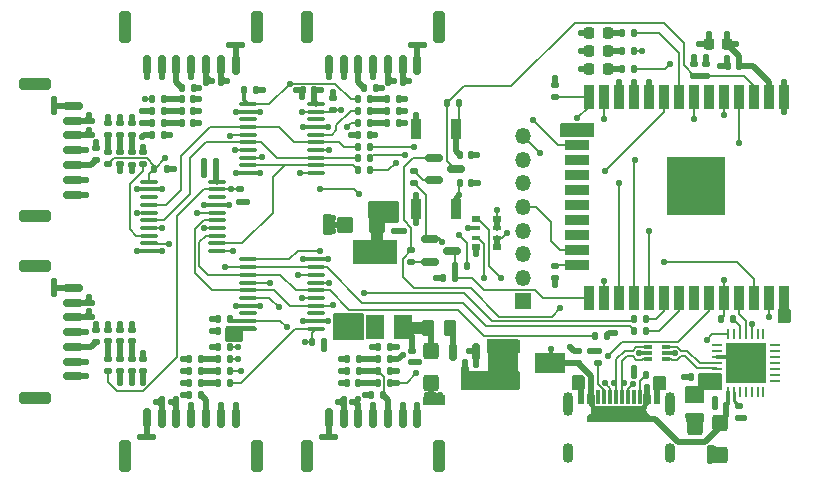
<source format=gtl>
G04 #@! TF.GenerationSoftware,KiCad,Pcbnew,(6.0.4)*
G04 #@! TF.CreationDate,2022-07-05T08:29:47+02:00*
G04 #@! TF.ProjectId,esp32-spi-hub,65737033-322d-4737-9069-2d6875622e6b,rev?*
G04 #@! TF.SameCoordinates,Original*
G04 #@! TF.FileFunction,Copper,L1,Top*
G04 #@! TF.FilePolarity,Positive*
%FSLAX46Y46*%
G04 Gerber Fmt 4.6, Leading zero omitted, Abs format (unit mm)*
G04 Created by KiCad (PCBNEW (6.0.4)) date 2022-07-05 08:29:47*
%MOMM*%
%LPD*%
G01*
G04 APERTURE LIST*
G04 Aperture macros list*
%AMRoundRect*
0 Rectangle with rounded corners*
0 $1 Rounding radius*
0 $2 $3 $4 $5 $6 $7 $8 $9 X,Y pos of 4 corners*
0 Add a 4 corners polygon primitive as box body*
4,1,4,$2,$3,$4,$5,$6,$7,$8,$9,$2,$3,0*
0 Add four circle primitives for the rounded corners*
1,1,$1+$1,$2,$3*
1,1,$1+$1,$4,$5*
1,1,$1+$1,$6,$7*
1,1,$1+$1,$8,$9*
0 Add four rect primitives between the rounded corners*
20,1,$1+$1,$2,$3,$4,$5,0*
20,1,$1+$1,$4,$5,$6,$7,0*
20,1,$1+$1,$6,$7,$8,$9,0*
20,1,$1+$1,$8,$9,$2,$3,0*%
G04 Aperture macros list end*
G04 #@! TA.AperFunction,SMDPad,CuDef*
%ADD10RoundRect,0.140000X0.140000X0.170000X-0.140000X0.170000X-0.140000X-0.170000X0.140000X-0.170000X0*%
G04 #@! TD*
G04 #@! TA.AperFunction,SMDPad,CuDef*
%ADD11RoundRect,0.140000X-0.140000X-0.170000X0.140000X-0.170000X0.140000X0.170000X-0.140000X0.170000X0*%
G04 #@! TD*
G04 #@! TA.AperFunction,SMDPad,CuDef*
%ADD12RoundRect,0.135000X-0.135000X-0.185000X0.135000X-0.185000X0.135000X0.185000X-0.135000X0.185000X0*%
G04 #@! TD*
G04 #@! TA.AperFunction,SMDPad,CuDef*
%ADD13RoundRect,0.140000X-0.170000X0.140000X-0.170000X-0.140000X0.170000X-0.140000X0.170000X0.140000X0*%
G04 #@! TD*
G04 #@! TA.AperFunction,SMDPad,CuDef*
%ADD14RoundRect,0.140000X0.170000X-0.140000X0.170000X0.140000X-0.170000X0.140000X-0.170000X-0.140000X0*%
G04 #@! TD*
G04 #@! TA.AperFunction,SMDPad,CuDef*
%ADD15RoundRect,0.135000X0.185000X-0.135000X0.185000X0.135000X-0.185000X0.135000X-0.185000X-0.135000X0*%
G04 #@! TD*
G04 #@! TA.AperFunction,SMDPad,CuDef*
%ADD16RoundRect,0.218750X0.218750X0.256250X-0.218750X0.256250X-0.218750X-0.256250X0.218750X-0.256250X0*%
G04 #@! TD*
G04 #@! TA.AperFunction,SMDPad,CuDef*
%ADD17RoundRect,0.135000X-0.185000X0.135000X-0.185000X-0.135000X0.185000X-0.135000X0.185000X0.135000X0*%
G04 #@! TD*
G04 #@! TA.AperFunction,SMDPad,CuDef*
%ADD18RoundRect,0.062500X-0.337500X-0.062500X0.337500X-0.062500X0.337500X0.062500X-0.337500X0.062500X0*%
G04 #@! TD*
G04 #@! TA.AperFunction,SMDPad,CuDef*
%ADD19RoundRect,0.062500X-0.062500X-0.337500X0.062500X-0.337500X0.062500X0.337500X-0.062500X0.337500X0*%
G04 #@! TD*
G04 #@! TA.AperFunction,SMDPad,CuDef*
%ADD20R,3.350000X3.350000*%
G04 #@! TD*
G04 #@! TA.AperFunction,SMDPad,CuDef*
%ADD21RoundRect,0.135000X0.135000X0.185000X-0.135000X0.185000X-0.135000X-0.185000X0.135000X-0.185000X0*%
G04 #@! TD*
G04 #@! TA.AperFunction,SMDPad,CuDef*
%ADD22R,0.700000X0.340000*%
G04 #@! TD*
G04 #@! TA.AperFunction,SMDPad,CuDef*
%ADD23R,0.600000X1.160000*%
G04 #@! TD*
G04 #@! TA.AperFunction,SMDPad,CuDef*
%ADD24R,0.300000X1.160000*%
G04 #@! TD*
G04 #@! TA.AperFunction,ComponentPad*
%ADD25O,0.900000X2.000000*%
G04 #@! TD*
G04 #@! TA.AperFunction,ComponentPad*
%ADD26O,0.900000X1.700000*%
G04 #@! TD*
G04 #@! TA.AperFunction,SMDPad,CuDef*
%ADD27RoundRect,0.225000X0.225000X0.250000X-0.225000X0.250000X-0.225000X-0.250000X0.225000X-0.250000X0*%
G04 #@! TD*
G04 #@! TA.AperFunction,SMDPad,CuDef*
%ADD28R,0.900000X1.700000*%
G04 #@! TD*
G04 #@! TA.AperFunction,SMDPad,CuDef*
%ADD29RoundRect,0.150000X0.150000X0.700000X-0.150000X0.700000X-0.150000X-0.700000X0.150000X-0.700000X0*%
G04 #@! TD*
G04 #@! TA.AperFunction,SMDPad,CuDef*
%ADD30RoundRect,0.250000X0.250000X1.100000X-0.250000X1.100000X-0.250000X-1.100000X0.250000X-1.100000X0*%
G04 #@! TD*
G04 #@! TA.AperFunction,SMDPad,CuDef*
%ADD31RoundRect,0.250000X0.450000X0.425000X-0.450000X0.425000X-0.450000X-0.425000X0.450000X-0.425000X0*%
G04 #@! TD*
G04 #@! TA.AperFunction,SMDPad,CuDef*
%ADD32RoundRect,0.150000X-0.150000X-0.700000X0.150000X-0.700000X0.150000X0.700000X-0.150000X0.700000X0*%
G04 #@! TD*
G04 #@! TA.AperFunction,SMDPad,CuDef*
%ADD33RoundRect,0.250000X-0.250000X-1.100000X0.250000X-1.100000X0.250000X1.100000X-0.250000X1.100000X0*%
G04 #@! TD*
G04 #@! TA.AperFunction,SMDPad,CuDef*
%ADD34R,0.800000X0.500000*%
G04 #@! TD*
G04 #@! TA.AperFunction,SMDPad,CuDef*
%ADD35R,0.800000X0.400000*%
G04 #@! TD*
G04 #@! TA.AperFunction,SMDPad,CuDef*
%ADD36RoundRect,0.250000X0.262500X0.450000X-0.262500X0.450000X-0.262500X-0.450000X0.262500X-0.450000X0*%
G04 #@! TD*
G04 #@! TA.AperFunction,SMDPad,CuDef*
%ADD37R,0.900000X2.000000*%
G04 #@! TD*
G04 #@! TA.AperFunction,SMDPad,CuDef*
%ADD38R,2.000000X0.900000*%
G04 #@! TD*
G04 #@! TA.AperFunction,SMDPad,CuDef*
%ADD39R,5.000000X5.000000*%
G04 #@! TD*
G04 #@! TA.AperFunction,SMDPad,CuDef*
%ADD40RoundRect,0.150000X-0.150000X0.587500X-0.150000X-0.587500X0.150000X-0.587500X0.150000X0.587500X0*%
G04 #@! TD*
G04 #@! TA.AperFunction,SMDPad,CuDef*
%ADD41RoundRect,0.150000X-0.700000X0.150000X-0.700000X-0.150000X0.700000X-0.150000X0.700000X0.150000X0*%
G04 #@! TD*
G04 #@! TA.AperFunction,SMDPad,CuDef*
%ADD42RoundRect,0.250000X-1.100000X0.250000X-1.100000X-0.250000X1.100000X-0.250000X1.100000X0.250000X0*%
G04 #@! TD*
G04 #@! TA.AperFunction,SMDPad,CuDef*
%ADD43RoundRect,0.250000X-0.425000X0.450000X-0.425000X-0.450000X0.425000X-0.450000X0.425000X0.450000X0*%
G04 #@! TD*
G04 #@! TA.AperFunction,SMDPad,CuDef*
%ADD44R,2.500000X1.800000*%
G04 #@! TD*
G04 #@! TA.AperFunction,SMDPad,CuDef*
%ADD45RoundRect,0.150000X-0.587500X-0.150000X0.587500X-0.150000X0.587500X0.150000X-0.587500X0.150000X0*%
G04 #@! TD*
G04 #@! TA.AperFunction,SMDPad,CuDef*
%ADD46RoundRect,0.100000X-0.637500X-0.100000X0.637500X-0.100000X0.637500X0.100000X-0.637500X0.100000X0*%
G04 #@! TD*
G04 #@! TA.AperFunction,SMDPad,CuDef*
%ADD47R,1.500000X2.000000*%
G04 #@! TD*
G04 #@! TA.AperFunction,SMDPad,CuDef*
%ADD48R,3.800000X2.000000*%
G04 #@! TD*
G04 #@! TA.AperFunction,SMDPad,CuDef*
%ADD49RoundRect,0.100000X0.637500X0.100000X-0.637500X0.100000X-0.637500X-0.100000X0.637500X-0.100000X0*%
G04 #@! TD*
G04 #@! TA.AperFunction,ComponentPad*
%ADD50R,1.350000X1.350000*%
G04 #@! TD*
G04 #@! TA.AperFunction,ComponentPad*
%ADD51O,1.350000X1.350000*%
G04 #@! TD*
G04 #@! TA.AperFunction,ViaPad*
%ADD52C,0.550000*%
G04 #@! TD*
G04 #@! TA.AperFunction,Conductor*
%ADD53C,0.500000*%
G04 #@! TD*
G04 #@! TA.AperFunction,Conductor*
%ADD54C,1.000000*%
G04 #@! TD*
G04 #@! TA.AperFunction,Conductor*
%ADD55C,0.300000*%
G04 #@! TD*
G04 #@! TA.AperFunction,Conductor*
%ADD56C,0.150000*%
G04 #@! TD*
G04 #@! TA.AperFunction,Conductor*
%ADD57C,0.200000*%
G04 #@! TD*
G04 #@! TA.AperFunction,Conductor*
%ADD58C,0.250000*%
G04 #@! TD*
G04 APERTURE END LIST*
D10*
G04 #@! TO.P,C10,1*
G04 #@! TO.N,5V_USB*
X182420000Y-141240000D03*
G04 #@! TO.P,C10,2*
G04 #@! TO.N,GND*
X181460000Y-141240000D03*
G04 #@! TD*
D11*
G04 #@! TO.P,C34,1*
G04 #@! TO.N,Net-(C34-Pad1)*
X136320000Y-116300000D03*
G04 #@! TO.P,C34,2*
G04 #@! TO.N,GND*
X137280000Y-116300000D03*
G04 #@! TD*
D12*
G04 #@! TO.P,R28,1*
G04 #@! TO.N,+3V3*
X139352500Y-133875000D03*
G04 #@! TO.P,R28,2*
G04 #@! TO.N,B1_CS2*
X140372500Y-133875000D03*
G04 #@! TD*
D13*
G04 #@! TO.P,C1,1*
G04 #@! TO.N,Net-(C1-Pad1)*
X155800000Y-136570000D03*
G04 #@! TO.P,C1,2*
G04 #@! TO.N,GND*
X155800000Y-137530000D03*
G04 #@! TD*
D14*
G04 #@! TO.P,C28,1*
G04 #@! TO.N,Net-(C28-Pad1)*
X132050000Y-135780000D03*
G04 #@! TO.P,C28,2*
G04 #@! TO.N,GND*
X132050000Y-134820000D03*
G04 #@! TD*
D15*
G04 #@! TO.P,R44,1*
G04 #@! TO.N,/SPI ports C & D/S2_MOSI*
X132050000Y-138310000D03*
G04 #@! TO.P,R44,2*
G04 #@! TO.N,Net-(C28-Pad1)*
X132050000Y-137290000D03*
G04 #@! TD*
G04 #@! TO.P,R40,1*
G04 #@! TO.N,+3V3*
X141200000Y-123945000D03*
G04 #@! TO.P,R40,2*
G04 #@! TO.N,B1_CS0*
X141200000Y-122925000D03*
G04 #@! TD*
D14*
G04 #@! TO.P,C26,1*
G04 #@! TO.N,Net-(C26-Pad1)*
X130050000Y-135780000D03*
G04 #@! TO.P,C26,2*
G04 #@! TO.N,GND*
X130050000Y-134820000D03*
G04 #@! TD*
D15*
G04 #@! TO.P,R1,1*
G04 #@! TO.N,+3V3*
X183440000Y-142250000D03*
G04 #@! TO.P,R1,2*
G04 #@! TO.N,Net-(R1-Pad2)*
X183440000Y-141230000D03*
G04 #@! TD*
D10*
G04 #@! TO.P,C15,1*
G04 #@! TO.N,+3V3*
X140342500Y-134875000D03*
G04 #@! TO.P,C15,2*
G04 #@! TO.N,GND*
X139382500Y-134875000D03*
G04 #@! TD*
D12*
G04 #@! TO.P,R48,1*
G04 #@! TO.N,/SPI ports E & F/S1_CLK*
X151180000Y-116300000D03*
G04 #@! TO.P,R48,2*
G04 #@! TO.N,Net-(C31-Pad1)*
X152200000Y-116300000D03*
G04 #@! TD*
D16*
G04 #@! TO.P,D2,1,K*
G04 #@! TO.N,Net-(D2-Pad1)*
X172387500Y-112700000D03*
G04 #@! TO.P,D2,2,A*
G04 #@! TO.N,+3V3*
X170812500Y-112700000D03*
G04 #@! TD*
D11*
G04 #@! TO.P,C33,1*
G04 #@! TO.N,Net-(C33-Pad1)*
X136320000Y-115300000D03*
G04 #@! TO.P,C33,2*
G04 #@! TO.N,GND*
X137280000Y-115300000D03*
G04 #@! TD*
D12*
G04 #@! TO.P,R55,1*
G04 #@! TO.N,/SPI ports E & F/S2_CLK*
X133790000Y-116300000D03*
G04 #@! TO.P,R55,2*
G04 #@! TO.N,Net-(C34-Pad1)*
X134810000Y-116300000D03*
G04 #@! TD*
D17*
G04 #@! TO.P,R34,1*
G04 #@! TO.N,+3V3*
X129050000Y-119390000D03*
G04 #@! TO.P,R34,2*
G04 #@! TO.N,Net-(C24-Pad1)*
X129050000Y-120410000D03*
G04 #@! TD*
D15*
G04 #@! TO.P,R36,1*
G04 #@! TO.N,/SPI ports C & D/S1_CLK*
X131050000Y-120800000D03*
G04 #@! TO.P,R36,2*
G04 #@! TO.N,Net-(C24-Pad1)*
X131050000Y-119780000D03*
G04 #@! TD*
D17*
G04 #@! TO.P,R7,1*
G04 #@! TO.N,ESP_IO2*
X167935000Y-129390000D03*
G04 #@! TO.P,R7,2*
G04 #@! TO.N,GND*
X167935000Y-130410000D03*
G04 #@! TD*
G04 #@! TO.P,R52,1*
G04 #@! TO.N,+3V3*
X149100000Y-115190000D03*
G04 #@! TO.P,R52,2*
G04 #@! TO.N,B0_CS1*
X149100000Y-116210000D03*
G04 #@! TD*
D12*
G04 #@! TO.P,R18,1*
G04 #@! TO.N,Net-(D2-Pad1)*
X173590000Y-112700000D03*
G04 #@! TO.P,R18,2*
G04 #@! TO.N,ESP_RXD*
X174610000Y-112700000D03*
G04 #@! TD*
D18*
G04 #@! TO.P,U2,1,~{DCD}*
G04 #@! TO.N,unconnected-(U2-Pad1)*
X181600000Y-136100000D03*
G04 #@! TO.P,U2,2,~{RI}/CLK*
G04 #@! TO.N,unconnected-(U2-Pad2)*
X181600000Y-136600000D03*
G04 #@! TO.P,U2,3,GND*
G04 #@! TO.N,GND*
X181600000Y-137100000D03*
G04 #@! TO.P,U2,4,D+*
G04 #@! TO.N,USB_D+*
X181600000Y-137600000D03*
G04 #@! TO.P,U2,5,D-*
G04 #@! TO.N,USB_D-*
X181600000Y-138100000D03*
G04 #@! TO.P,U2,6,VDD*
G04 #@! TO.N,+3V3*
X181600000Y-138600000D03*
G04 #@! TO.P,U2,7,VREGIN*
X181600000Y-139100000D03*
D19*
G04 #@! TO.P,U2,8,VBUS*
G04 #@! TO.N,5V_USB*
X182550000Y-140050000D03*
G04 #@! TO.P,U2,9,~{RST}*
G04 #@! TO.N,Net-(R1-Pad2)*
X183050000Y-140050000D03*
G04 #@! TO.P,U2,10,NC*
G04 #@! TO.N,unconnected-(U2-Pad10)*
X183550000Y-140050000D03*
G04 #@! TO.P,U2,11,~{SUSPEND}*
G04 #@! TO.N,unconnected-(U2-Pad11)*
X184050000Y-140050000D03*
G04 #@! TO.P,U2,12,SUSPEND*
G04 #@! TO.N,unconnected-(U2-Pad12)*
X184550000Y-140050000D03*
G04 #@! TO.P,U2,13,CHREN*
G04 #@! TO.N,unconnected-(U2-Pad13)*
X185050000Y-140050000D03*
G04 #@! TO.P,U2,14,CHR1*
G04 #@! TO.N,unconnected-(U2-Pad14)*
X185550000Y-140050000D03*
D18*
G04 #@! TO.P,U2,15,CHR0*
G04 #@! TO.N,unconnected-(U2-Pad15)*
X186500000Y-139100000D03*
G04 #@! TO.P,U2,16,~{WAKEUP}/GPIO.3*
G04 #@! TO.N,unconnected-(U2-Pad16)*
X186500000Y-138600000D03*
G04 #@! TO.P,U2,17,RS485/GPIO.2*
G04 #@! TO.N,unconnected-(U2-Pad17)*
X186500000Y-138100000D03*
G04 #@! TO.P,U2,18,~{RXT}/GPIO.1*
G04 #@! TO.N,unconnected-(U2-Pad18)*
X186500000Y-137600000D03*
G04 #@! TO.P,U2,19,~{TXT}/GPIO.0*
G04 #@! TO.N,unconnected-(U2-Pad19)*
X186500000Y-137100000D03*
G04 #@! TO.P,U2,20,GPIO.6*
G04 #@! TO.N,unconnected-(U2-Pad20)*
X186500000Y-136600000D03*
G04 #@! TO.P,U2,21,GPIO.5*
G04 #@! TO.N,unconnected-(U2-Pad21)*
X186500000Y-136100000D03*
D19*
G04 #@! TO.P,U2,22,GPIO.4*
G04 #@! TO.N,unconnected-(U2-Pad22)*
X185550000Y-135150000D03*
G04 #@! TO.P,U2,23,~{CTS}*
G04 #@! TO.N,unconnected-(U2-Pad23)*
X185050000Y-135150000D03*
G04 #@! TO.P,U2,24,~{RTS}*
G04 #@! TO.N,Net-(Q2-Pad1)*
X184550000Y-135150000D03*
G04 #@! TO.P,U2,25,RXD*
G04 #@! TO.N,ESP_TXD*
X184050000Y-135150000D03*
G04 #@! TO.P,U2,26,TXD*
G04 #@! TO.N,Net-(R2-Pad1)*
X183550000Y-135150000D03*
G04 #@! TO.P,U2,27,~{DSR}*
G04 #@! TO.N,unconnected-(U2-Pad27)*
X183050000Y-135150000D03*
G04 #@! TO.P,U2,28,~{DTR}*
G04 #@! TO.N,Net-(Q3-Pad1)*
X182550000Y-135150000D03*
D20*
G04 #@! TO.P,U2,29,GND*
G04 #@! TO.N,GND*
X184050000Y-137600000D03*
G04 #@! TD*
D15*
G04 #@! TO.P,R15,1*
G04 #@! TO.N,Net-(P1-PadA5)*
X171510000Y-137600000D03*
G04 #@! TO.P,R15,2*
G04 #@! TO.N,GND*
X171510000Y-136580000D03*
G04 #@! TD*
D21*
G04 #@! TO.P,R33,1*
G04 #@! TO.N,/SPI ports A & B/S2_MISO*
X153910000Y-136300000D03*
G04 #@! TO.P,R33,2*
G04 #@! TO.N,Net-(J3-Pad7)*
X152890000Y-136300000D03*
G04 #@! TD*
D11*
G04 #@! TO.P,C13,1*
G04 #@! TO.N,Net-(C13-Pad1)*
X159820000Y-120000000D03*
G04 #@! TO.P,C13,2*
G04 #@! TO.N,GND*
X160780000Y-120000000D03*
G04 #@! TD*
D12*
G04 #@! TO.P,R49,1*
G04 #@! TO.N,/SPI ports E & F/S1_MOSI*
X151180000Y-117300000D03*
G04 #@! TO.P,R49,2*
G04 #@! TO.N,Net-(C32-Pad1)*
X152200000Y-117300000D03*
G04 #@! TD*
D22*
G04 #@! TO.P,U4,1,I/O1*
G04 #@! TO.N,USB_D-*
X177300000Y-137300000D03*
G04 #@! TO.P,U4,2,GND*
G04 #@! TO.N,GND*
X177300000Y-136800000D03*
G04 #@! TO.P,U4,3,I/O2*
G04 #@! TO.N,USB_D+*
X177300000Y-136300000D03*
G04 #@! TO.P,U4,4,I/O2*
G04 #@! TO.N,USB_CONN_D+*
X175800000Y-136300000D03*
G04 #@! TO.P,U4,5,VBUS*
G04 #@! TO.N,5V_USB*
X175800000Y-136800000D03*
G04 #@! TO.P,U4,6,I/O1*
G04 #@! TO.N,USB_CONN_D-*
X175800000Y-137300000D03*
G04 #@! TD*
D14*
G04 #@! TO.P,C9,1*
G04 #@! TO.N,ESP_EN*
X179700000Y-113290000D03*
G04 #@! TO.P,C9,2*
G04 #@! TO.N,GND*
X179700000Y-112330000D03*
G04 #@! TD*
D21*
G04 #@! TO.P,R26,1*
G04 #@! TO.N,/SPI ports A & B/S1_MISO*
X140410000Y-136300000D03*
G04 #@! TO.P,R26,2*
G04 #@! TO.N,Net-(J2-Pad7)*
X139390000Y-136300000D03*
G04 #@! TD*
D23*
G04 #@! TO.P,P1,A1,GND*
G04 #@! TO.N,GND*
X170110000Y-140500000D03*
G04 #@! TO.P,P1,A4,VBUS*
G04 #@! TO.N,5V_USB*
X170910000Y-140500000D03*
D24*
G04 #@! TO.P,P1,A5,CC*
G04 #@! TO.N,Net-(P1-PadA5)*
X172060000Y-140500000D03*
G04 #@! TO.P,P1,A6,D+*
G04 #@! TO.N,USB_CONN_D+*
X173060000Y-140500000D03*
G04 #@! TO.P,P1,A7,D-*
G04 #@! TO.N,USB_CONN_D-*
X173560000Y-140500000D03*
G04 #@! TO.P,P1,A8,SBU1*
G04 #@! TO.N,unconnected-(P1-PadA8)*
X174560000Y-140500000D03*
D23*
G04 #@! TO.P,P1,A9,VBUS*
G04 #@! TO.N,5V_USB*
X175710000Y-140500000D03*
G04 #@! TO.P,P1,A12,GND*
G04 #@! TO.N,GND*
X176510000Y-140500000D03*
G04 #@! TO.P,P1,B1,GND*
X176510000Y-140500000D03*
G04 #@! TO.P,P1,B4,VBUS*
G04 #@! TO.N,5V_USB*
X175710000Y-140500000D03*
D24*
G04 #@! TO.P,P1,B5,VCONN*
G04 #@! TO.N,Net-(P1-PadB5)*
X175060000Y-140500000D03*
G04 #@! TO.P,P1,B6,D+*
G04 #@! TO.N,USB_CONN_D+*
X174060000Y-140500000D03*
G04 #@! TO.P,P1,B7,D-*
G04 #@! TO.N,USB_CONN_D-*
X172560000Y-140500000D03*
G04 #@! TO.P,P1,B8,SBU2*
G04 #@! TO.N,unconnected-(P1-PadB8)*
X171560000Y-140500000D03*
D23*
G04 #@! TO.P,P1,B9,VBUS*
G04 #@! TO.N,5V_USB*
X170910000Y-140500000D03*
G04 #@! TO.P,P1,B12,GND*
G04 #@! TO.N,GND*
X170110000Y-140500000D03*
D25*
G04 #@! TO.P,P1,S1,SHIELD*
G04 #@! TO.N,unconnected-(P1-PadS1)*
X177630000Y-141080000D03*
D26*
X177630000Y-145250000D03*
D25*
X168990000Y-141080000D03*
D26*
X168990000Y-145250000D03*
G04 #@! TD*
D21*
G04 #@! TO.P,R29,1*
G04 #@! TO.N,+3V3*
X148310000Y-135800000D03*
G04 #@! TO.P,R29,2*
G04 #@! TO.N,B1_CS1*
X147290000Y-135800000D03*
G04 #@! TD*
D14*
G04 #@! TO.P,C12,1*
G04 #@! TO.N,5V_USB*
X169810000Y-137580000D03*
G04 #@! TO.P,C12,2*
G04 #@! TO.N,GND*
X169810000Y-136620000D03*
G04 #@! TD*
D15*
G04 #@! TO.P,R35,1*
G04 #@! TO.N,B0_CS2*
X130050000Y-120800000D03*
G04 #@! TO.P,R35,2*
G04 #@! TO.N,Net-(C23-Pad1)*
X130050000Y-119780000D03*
G04 #@! TD*
D27*
G04 #@! TO.P,C6,1*
G04 #@! TO.N,+3V3*
X182475000Y-110600000D03*
G04 #@! TO.P,C6,2*
G04 #@! TO.N,GND*
X180925000Y-110600000D03*
G04 #@! TD*
D28*
G04 #@! TO.P,SW2,1,1*
G04 #@! TO.N,GND*
X156100000Y-124600000D03*
G04 #@! TO.P,SW2,2,2*
G04 #@! TO.N,Net-(C14-Pad1)*
X159500000Y-124600000D03*
G04 #@! TD*
D15*
G04 #@! TO.P,R45,1*
G04 #@! TO.N,/SPI ports C & D/S2_MISO*
X133050000Y-138310000D03*
G04 #@! TO.P,R45,2*
G04 #@! TO.N,Net-(J5-Pad7)*
X133050000Y-137290000D03*
G04 #@! TD*
D17*
G04 #@! TO.P,R3,1*
G04 #@! TO.N,+3V3*
X180700000Y-112280000D03*
G04 #@! TO.P,R3,2*
G04 #@! TO.N,ESP_EN*
X180700000Y-113300000D03*
G04 #@! TD*
D29*
G04 #@! TO.P,J7,1,Pin_1*
G04 #@! TO.N,+5V*
X140850000Y-112350000D03*
G04 #@! TO.P,J7,2,Pin_2*
G04 #@! TO.N,GND*
X139600000Y-112350000D03*
G04 #@! TO.P,J7,3,Pin_3*
G04 #@! TO.N,+3V3*
X138350000Y-112350000D03*
G04 #@! TO.P,J7,4,Pin_4*
G04 #@! TO.N,Net-(C33-Pad1)*
X137100000Y-112350000D03*
G04 #@! TO.P,J7,5,Pin_5*
G04 #@! TO.N,Net-(C34-Pad1)*
X135850000Y-112350000D03*
G04 #@! TO.P,J7,6,Pin_6*
G04 #@! TO.N,Net-(C35-Pad1)*
X134600000Y-112350000D03*
G04 #@! TO.P,J7,7,Pin_7*
G04 #@! TO.N,Net-(J7-Pad7)*
X133350000Y-112350000D03*
D30*
G04 #@! TO.P,J7,MP,MountPin*
G04 #@! TO.N,GND*
X142700000Y-109150000D03*
X131500000Y-109150000D03*
G04 #@! TD*
D31*
G04 #@! TO.P,C4,1*
G04 #@! TO.N,+3V3*
X152840000Y-125900000D03*
G04 #@! TO.P,C4,2*
G04 #@! TO.N,GND*
X150140000Y-125900000D03*
G04 #@! TD*
D15*
G04 #@! TO.P,R8,1*
G04 #@! TO.N,/IO12*
X167900000Y-115100000D03*
G04 #@! TO.P,R8,2*
G04 #@! TO.N,GND*
X167900000Y-114080000D03*
G04 #@! TD*
D21*
G04 #@! TO.P,R10,1*
G04 #@! TO.N,/IO13*
X152210000Y-120300000D03*
G04 #@! TO.P,R10,2*
G04 #@! TO.N,B0-MOSI*
X151190000Y-120300000D03*
G04 #@! TD*
D32*
G04 #@! TO.P,J2,1,Pin_1*
G04 #@! TO.N,+5V*
X133350000Y-142250000D03*
G04 #@! TO.P,J2,2,Pin_2*
G04 #@! TO.N,GND*
X134600000Y-142250000D03*
G04 #@! TO.P,J2,3,Pin_3*
G04 #@! TO.N,+3V3*
X135850000Y-142250000D03*
G04 #@! TO.P,J2,4,Pin_4*
G04 #@! TO.N,Net-(C16-Pad1)*
X137100000Y-142250000D03*
G04 #@! TO.P,J2,5,Pin_5*
G04 #@! TO.N,Net-(C17-Pad1)*
X138350000Y-142250000D03*
G04 #@! TO.P,J2,6,Pin_6*
G04 #@! TO.N,Net-(C18-Pad1)*
X139600000Y-142250000D03*
G04 #@! TO.P,J2,7,Pin_7*
G04 #@! TO.N,Net-(J2-Pad7)*
X140850000Y-142250000D03*
D33*
G04 #@! TO.P,J2,MP,MountPin*
G04 #@! TO.N,GND*
X142700000Y-145450000D03*
X131500000Y-145450000D03*
G04 #@! TD*
D15*
G04 #@! TO.P,R43,1*
G04 #@! TO.N,/SPI ports C & D/S2_CLK*
X131050000Y-138310000D03*
G04 #@! TO.P,R43,2*
G04 #@! TO.N,Net-(C27-Pad1)*
X131050000Y-137290000D03*
G04 #@! TD*
D17*
G04 #@! TO.P,R5,1*
G04 #@! TO.N,Net-(Q2-Pad1)*
X155740000Y-128030000D03*
G04 #@! TO.P,R5,2*
G04 #@! TO.N,Net-(Q3-Pad2)*
X155740000Y-129050000D03*
G04 #@! TD*
D10*
G04 #@! TO.P,C21,1*
G04 #@! TO.N,Net-(C21-Pad1)*
X151270000Y-137300000D03*
G04 #@! TO.P,C21,2*
G04 #@! TO.N,GND*
X150310000Y-137300000D03*
G04 #@! TD*
D12*
G04 #@! TO.P,R57,1*
G04 #@! TO.N,/SPI ports E & F/S2_MISO*
X133790000Y-118300000D03*
G04 #@! TO.P,R57,2*
G04 #@! TO.N,Net-(J7-Pad7)*
X134810000Y-118300000D03*
G04 #@! TD*
D14*
G04 #@! TO.P,C23,1*
G04 #@! TO.N,Net-(C23-Pad1)*
X130050000Y-118270000D03*
G04 #@! TO.P,C23,2*
G04 #@! TO.N,GND*
X130050000Y-117310000D03*
G04 #@! TD*
D21*
G04 #@! TO.P,R30,1*
G04 #@! TO.N,B1_CS2*
X153910000Y-139300000D03*
G04 #@! TO.P,R30,2*
G04 #@! TO.N,Net-(C19-Pad1)*
X152890000Y-139300000D03*
G04 #@! TD*
D29*
G04 #@! TO.P,J6,1,Pin_1*
G04 #@! TO.N,+5V*
X156250000Y-112350000D03*
G04 #@! TO.P,J6,2,Pin_2*
G04 #@! TO.N,GND*
X155000000Y-112350000D03*
G04 #@! TO.P,J6,3,Pin_3*
G04 #@! TO.N,+3V3*
X153750000Y-112350000D03*
G04 #@! TO.P,J6,4,Pin_4*
G04 #@! TO.N,Net-(C30-Pad1)*
X152500000Y-112350000D03*
G04 #@! TO.P,J6,5,Pin_5*
G04 #@! TO.N,Net-(C31-Pad1)*
X151250000Y-112350000D03*
G04 #@! TO.P,J6,6,Pin_6*
G04 #@! TO.N,Net-(C32-Pad1)*
X150000000Y-112350000D03*
G04 #@! TO.P,J6,7,Pin_7*
G04 #@! TO.N,Net-(J6-Pad7)*
X148750000Y-112350000D03*
D30*
G04 #@! TO.P,J6,MP,MountPin*
G04 #@! TO.N,GND*
X146900000Y-109150000D03*
X158100000Y-109150000D03*
G04 #@! TD*
D28*
G04 #@! TO.P,SW1,1,1*
G04 #@! TO.N,GND*
X156100000Y-117800000D03*
G04 #@! TO.P,SW1,2,2*
G04 #@! TO.N,Net-(C13-Pad1)*
X159500000Y-117800000D03*
G04 #@! TD*
D11*
G04 #@! TO.P,C32,1*
G04 #@! TO.N,Net-(C32-Pad1)*
X153700000Y-117300000D03*
G04 #@! TO.P,C32,2*
G04 #@! TO.N,GND*
X154660000Y-117300000D03*
G04 #@! TD*
D21*
G04 #@! TO.P,R21,1*
G04 #@! TO.N,Net-(C14-Pad1)*
X160450000Y-129400000D03*
G04 #@! TO.P,R21,2*
G04 #@! TO.N,ESP_IO0*
X159430000Y-129400000D03*
G04 #@! TD*
G04 #@! TO.P,R32,1*
G04 #@! TO.N,/SPI ports A & B/S2_MOSI*
X153910000Y-137300000D03*
G04 #@! TO.P,R32,2*
G04 #@! TO.N,Net-(C21-Pad1)*
X152890000Y-137300000D03*
G04 #@! TD*
D34*
G04 #@! TO.P,RN1,1,R1.1*
G04 #@! TO.N,Net-(RN1-Pad1)*
X163000000Y-127800000D03*
D35*
G04 #@! TO.P,RN1,2,R2.1*
X163000000Y-127000000D03*
G04 #@! TO.P,RN1,3,R3.1*
G04 #@! TO.N,Net-(RN1-Pad3)*
X163000000Y-126200000D03*
D34*
G04 #@! TO.P,RN1,4,R4.1*
X163000000Y-125400000D03*
G04 #@! TO.P,RN1,5,R4.2*
G04 #@! TO.N,5V_USB*
X161200000Y-125400000D03*
D35*
G04 #@! TO.P,RN1,6,R3.2*
G04 #@! TO.N,GND*
X161200000Y-126200000D03*
G04 #@! TO.P,RN1,7,R2.2*
G04 #@! TO.N,+5V*
X161200000Y-127000000D03*
D34*
G04 #@! TO.P,RN1,8,R1.2*
G04 #@! TO.N,GND*
X161200000Y-127800000D03*
G04 #@! TD*
D21*
G04 #@! TO.P,R51,1*
G04 #@! TO.N,+3V3*
X137310000Y-114300000D03*
G04 #@! TO.P,R51,2*
G04 #@! TO.N,Net-(C34-Pad1)*
X136290000Y-114300000D03*
G04 #@! TD*
D36*
G04 #@! TO.P,FB1,1*
G04 #@! TO.N,Net-(FB1-Pad1)*
X159000000Y-134650000D03*
G04 #@! TO.P,FB1,2*
G04 #@! TO.N,Net-(C1-Pad1)*
X157175000Y-134650000D03*
G04 #@! TD*
D15*
G04 #@! TO.P,R4,1*
G04 #@! TO.N,Net-(Q3-Pad1)*
X156000000Y-122410000D03*
G04 #@! TO.P,R4,2*
G04 #@! TO.N,Net-(Q2-Pad2)*
X156000000Y-121390000D03*
G04 #@! TD*
D37*
G04 #@! TO.P,U3,1,GND*
G04 #@! TO.N,GND*
X187300000Y-115100000D03*
G04 #@! TO.P,U3,2,VDD*
G04 #@! TO.N,+3V3*
X186030000Y-115100000D03*
G04 #@! TO.P,U3,3,EN*
G04 #@! TO.N,ESP_EN*
X184760000Y-115100000D03*
G04 #@! TO.P,U3,4,SENSOR_VP*
G04 #@! TO.N,Net-(RN1-Pad3)*
X183490000Y-115100000D03*
G04 #@! TO.P,U3,5,SENSOR_VN*
G04 #@! TO.N,Net-(RN1-Pad1)*
X182220000Y-115100000D03*
G04 #@! TO.P,U3,6,IO34*
G04 #@! TO.N,unconnected-(U3-Pad6)*
X180950000Y-115100000D03*
G04 #@! TO.P,U3,7,IO35*
G04 #@! TO.N,ESP_IO35*
X179680000Y-115100000D03*
G04 #@! TO.P,U3,8,IO32*
G04 #@! TO.N,LED_BLUE*
X178410000Y-115100000D03*
G04 #@! TO.P,U3,9,IO33*
G04 #@! TO.N,B1_CS1*
X177140000Y-115100000D03*
G04 #@! TO.P,U3,10,IO25*
G04 #@! TO.N,B0_CS2*
X175870000Y-115100000D03*
G04 #@! TO.P,U3,11,IO26*
G04 #@! TO.N,B0_CS1*
X174600000Y-115100000D03*
G04 #@! TO.P,U3,12,IO27*
G04 #@! TO.N,B0_CS0*
X173330000Y-115100000D03*
G04 #@! TO.P,U3,13,IO14*
G04 #@! TO.N,/IO14*
X172060000Y-115100000D03*
G04 #@! TO.P,U3,14,IO12*
G04 #@! TO.N,/IO12*
X170790000Y-115100000D03*
D38*
G04 #@! TO.P,U3,15,GND*
G04 #@! TO.N,GND*
X169790000Y-117885000D03*
G04 #@! TO.P,U3,16,IO13*
G04 #@! TO.N,/IO13*
X169790000Y-119155000D03*
G04 #@! TO.P,U3,17,SHD/SD2*
G04 #@! TO.N,unconnected-(U3-Pad17)*
X169790000Y-120425000D03*
G04 #@! TO.P,U3,18,SWP/SD3*
G04 #@! TO.N,unconnected-(U3-Pad18)*
X169790000Y-121695000D03*
G04 #@! TO.P,U3,19,SCS/CMD*
G04 #@! TO.N,unconnected-(U3-Pad19)*
X169790000Y-122965000D03*
G04 #@! TO.P,U3,20,SCK/CLK*
G04 #@! TO.N,unconnected-(U3-Pad20)*
X169790000Y-124235000D03*
G04 #@! TO.P,U3,21,SDO/SD0*
G04 #@! TO.N,unconnected-(U3-Pad21)*
X169790000Y-125505000D03*
G04 #@! TO.P,U3,22,SDI/SD1*
G04 #@! TO.N,unconnected-(U3-Pad22)*
X169790000Y-126775000D03*
G04 #@! TO.P,U3,23,IO15*
G04 #@! TO.N,ESP_IO15*
X169790000Y-128045000D03*
G04 #@! TO.P,U3,24,IO2*
G04 #@! TO.N,ESP_IO2*
X169790000Y-129315000D03*
D37*
G04 #@! TO.P,U3,25,IO0*
G04 #@! TO.N,ESP_IO0*
X170790000Y-132100000D03*
G04 #@! TO.P,U3,26,IO4*
G04 #@! TO.N,LED_GREEN*
X172060000Y-132100000D03*
G04 #@! TO.P,U3,27,IO16*
G04 #@! TO.N,ESP_IO16*
X173330000Y-132100000D03*
G04 #@! TO.P,U3,28,IO17*
G04 #@! TO.N,ESP_IO17*
X174600000Y-132100000D03*
G04 #@! TO.P,U3,29,IO5*
G04 #@! TO.N,ESP_IO5*
X175870000Y-132100000D03*
G04 #@! TO.P,U3,30,IO18*
G04 #@! TO.N,/IO18*
X177140000Y-132100000D03*
G04 #@! TO.P,U3,31,IO19*
G04 #@! TO.N,/IO19*
X178410000Y-132100000D03*
G04 #@! TO.P,U3,32,NC*
G04 #@! TO.N,unconnected-(U3-Pad32)*
X179680000Y-132100000D03*
G04 #@! TO.P,U3,33,IO21*
G04 #@! TO.N,B1_CS2*
X180950000Y-132100000D03*
G04 #@! TO.P,U3,34,RXD0/IO3*
G04 #@! TO.N,ESP_RXD*
X182220000Y-132100000D03*
G04 #@! TO.P,U3,35,TXD0/IO1*
G04 #@! TO.N,ESP_TXD*
X183490000Y-132100000D03*
G04 #@! TO.P,U3,36,IO22*
G04 #@! TO.N,B1_CS0*
X184760000Y-132100000D03*
G04 #@! TO.P,U3,37,IO23*
G04 #@! TO.N,/IO23*
X186030000Y-132100000D03*
G04 #@! TO.P,U3,38,GND*
G04 #@! TO.N,GND*
X187300000Y-132100000D03*
D39*
G04 #@! TO.P,U3,39,GND*
X179800000Y-122600000D03*
G04 #@! TD*
D12*
G04 #@! TO.P,R50,1*
G04 #@! TO.N,/SPI ports E & F/S1_MISO*
X151180000Y-118300000D03*
G04 #@! TO.P,R50,2*
G04 #@! TO.N,Net-(J6-Pad7)*
X152200000Y-118300000D03*
G04 #@! TD*
D21*
G04 #@! TO.P,R16,1*
G04 #@! TO.N,Net-(P1-PadB5)*
X175600000Y-138600000D03*
G04 #@! TO.P,R16,2*
G04 #@! TO.N,GND*
X174580000Y-138600000D03*
G04 #@! TD*
D10*
G04 #@! TO.P,C7,1*
G04 #@! TO.N,+3V3*
X180340000Y-138790000D03*
G04 #@! TO.P,C7,2*
G04 #@! TO.N,GND*
X179380000Y-138790000D03*
G04 #@! TD*
D40*
G04 #@! TO.P,Q1,1,G*
G04 #@! TO.N,GND*
X161190000Y-136662500D03*
G04 #@! TO.P,Q1,2,S*
G04 #@! TO.N,Net-(FB1-Pad1)*
X159290000Y-136662500D03*
G04 #@! TO.P,Q1,3,D*
G04 #@! TO.N,+5V*
X160240000Y-138537500D03*
G04 #@! TD*
D15*
G04 #@! TO.P,R38,1*
G04 #@! TO.N,/SPI ports C & D/S1_MISO*
X133050000Y-120800000D03*
G04 #@! TO.P,R38,2*
G04 #@! TO.N,Net-(J4-Pad7)*
X133050000Y-119780000D03*
G04 #@! TD*
D10*
G04 #@! TO.P,C17,1*
G04 #@! TO.N,Net-(C17-Pad1)*
X137900000Y-138300000D03*
G04 #@! TO.P,C17,2*
G04 #@! TO.N,GND*
X136940000Y-138300000D03*
G04 #@! TD*
G04 #@! TO.P,C19,1*
G04 #@! TO.N,Net-(C19-Pad1)*
X151250000Y-139300000D03*
G04 #@! TO.P,C19,2*
G04 #@! TO.N,GND*
X150290000Y-139300000D03*
G04 #@! TD*
D14*
G04 #@! TO.P,C27,1*
G04 #@! TO.N,Net-(C27-Pad1)*
X131050000Y-135780000D03*
G04 #@! TO.P,C27,2*
G04 #@! TO.N,GND*
X131050000Y-134820000D03*
G04 #@! TD*
D11*
G04 #@! TO.P,C30,1*
G04 #@! TO.N,Net-(C30-Pad1)*
X153700000Y-115300000D03*
G04 #@! TO.P,C30,2*
G04 #@! TO.N,GND*
X154660000Y-115300000D03*
G04 #@! TD*
D13*
G04 #@! TO.P,C3,1*
G04 #@! TO.N,+3V3*
X154390000Y-125470000D03*
G04 #@! TO.P,C3,2*
G04 #@! TO.N,GND*
X154390000Y-126430000D03*
G04 #@! TD*
D15*
G04 #@! TO.P,R37,1*
G04 #@! TO.N,/SPI ports C & D/S1_MOSI*
X132050000Y-120810000D03*
G04 #@! TO.P,R37,2*
G04 #@! TO.N,Net-(C25-Pad1)*
X132050000Y-119790000D03*
G04 #@! TD*
D41*
G04 #@! TO.P,J4,1,Pin_1*
G04 #@! TO.N,+5V*
X127100000Y-115850000D03*
G04 #@! TO.P,J4,2,Pin_2*
G04 #@! TO.N,GND*
X127100000Y-117100000D03*
G04 #@! TO.P,J4,3,Pin_3*
G04 #@! TO.N,+3V3*
X127100000Y-118350000D03*
G04 #@! TO.P,J4,4,Pin_4*
G04 #@! TO.N,Net-(C23-Pad1)*
X127100000Y-119600000D03*
G04 #@! TO.P,J4,5,Pin_5*
G04 #@! TO.N,Net-(C24-Pad1)*
X127100000Y-120850000D03*
G04 #@! TO.P,J4,6,Pin_6*
G04 #@! TO.N,Net-(C25-Pad1)*
X127100000Y-122100000D03*
G04 #@! TO.P,J4,7,Pin_7*
G04 #@! TO.N,Net-(J4-Pad7)*
X127100000Y-123350000D03*
D42*
G04 #@! TO.P,J4,MP,MountPin*
G04 #@! TO.N,GND*
X123900000Y-125200000D03*
X123900000Y-114000000D03*
G04 #@! TD*
D12*
G04 #@! TO.P,R47,1*
G04 #@! TO.N,B0_CS0*
X151180000Y-115300000D03*
G04 #@! TO.P,R47,2*
G04 #@! TO.N,Net-(C30-Pad1)*
X152200000Y-115300000D03*
G04 #@! TD*
D43*
G04 #@! TO.P,C8,1*
G04 #@! TO.N,+3V3*
X179740000Y-140340000D03*
G04 #@! TO.P,C8,2*
G04 #@! TO.N,GND*
X179740000Y-143040000D03*
G04 #@! TD*
D12*
G04 #@! TO.P,R54,1*
G04 #@! TO.N,B0_CS1*
X133790000Y-115300000D03*
G04 #@! TO.P,R54,2*
G04 #@! TO.N,Net-(C33-Pad1)*
X134810000Y-115300000D03*
G04 #@! TD*
G04 #@! TO.P,R20,1*
G04 #@! TO.N,Net-(D4-Pad1)*
X173590000Y-109700000D03*
G04 #@! TO.P,R20,2*
G04 #@! TO.N,LED_BLUE*
X174610000Y-109700000D03*
G04 #@! TD*
D10*
G04 #@! TO.P,C20,1*
G04 #@! TO.N,Net-(C20-Pad1)*
X151270000Y-138300000D03*
G04 #@! TO.P,C20,2*
G04 #@! TO.N,GND*
X150310000Y-138300000D03*
G04 #@! TD*
D43*
G04 #@! TO.P,C2,1*
G04 #@! TO.N,Net-(C1-Pad1)*
X157440000Y-136600000D03*
G04 #@! TO.P,C2,2*
G04 #@! TO.N,GND*
X157440000Y-139300000D03*
G04 #@! TD*
D10*
G04 #@! TO.P,C22,1*
G04 #@! TO.N,+3V3*
X139180000Y-121100000D03*
G04 #@! TO.P,C22,2*
G04 #@! TO.N,GND*
X138220000Y-121100000D03*
G04 #@! TD*
D41*
G04 #@! TO.P,J5,1,Pin_1*
G04 #@! TO.N,+5V*
X127100000Y-131250000D03*
G04 #@! TO.P,J5,2,Pin_2*
G04 #@! TO.N,GND*
X127100000Y-132500000D03*
G04 #@! TO.P,J5,3,Pin_3*
G04 #@! TO.N,+3V3*
X127100000Y-133750000D03*
G04 #@! TO.P,J5,4,Pin_4*
G04 #@! TO.N,Net-(C26-Pad1)*
X127100000Y-135000000D03*
G04 #@! TO.P,J5,5,Pin_5*
G04 #@! TO.N,Net-(C27-Pad1)*
X127100000Y-136250000D03*
G04 #@! TO.P,J5,6,Pin_6*
G04 #@! TO.N,Net-(C28-Pad1)*
X127100000Y-137500000D03*
G04 #@! TO.P,J5,7,Pin_7*
G04 #@! TO.N,Net-(J5-Pad7)*
X127100000Y-138750000D03*
D42*
G04 #@! TO.P,J5,MP,MountPin*
G04 #@! TO.N,GND*
X123900000Y-140600000D03*
X123900000Y-129400000D03*
G04 #@! TD*
D14*
G04 #@! TO.P,C25,1*
G04 #@! TO.N,Net-(C25-Pad1)*
X132050000Y-118290000D03*
G04 #@! TO.P,C25,2*
G04 #@! TO.N,GND*
X132050000Y-117330000D03*
G04 #@! TD*
G04 #@! TO.P,C24,1*
G04 #@! TO.N,Net-(C24-Pad1)*
X131050000Y-118270000D03*
G04 #@! TO.P,C24,2*
G04 #@! TO.N,GND*
X131050000Y-117310000D03*
G04 #@! TD*
D32*
G04 #@! TO.P,J3,1,Pin_1*
G04 #@! TO.N,+5V*
X148750000Y-142250000D03*
G04 #@! TO.P,J3,2,Pin_2*
G04 #@! TO.N,GND*
X150000000Y-142250000D03*
G04 #@! TO.P,J3,3,Pin_3*
G04 #@! TO.N,+3V3*
X151250000Y-142250000D03*
G04 #@! TO.P,J3,4,Pin_4*
G04 #@! TO.N,Net-(C19-Pad1)*
X152500000Y-142250000D03*
G04 #@! TO.P,J3,5,Pin_5*
G04 #@! TO.N,Net-(C20-Pad1)*
X153750000Y-142250000D03*
G04 #@! TO.P,J3,6,Pin_6*
G04 #@! TO.N,Net-(C21-Pad1)*
X155000000Y-142250000D03*
G04 #@! TO.P,J3,7,Pin_7*
G04 #@! TO.N,Net-(J3-Pad7)*
X156250000Y-142250000D03*
D33*
G04 #@! TO.P,J3,MP,MountPin*
G04 #@! TO.N,GND*
X146900000Y-145450000D03*
X158100000Y-145450000D03*
G04 #@! TD*
D11*
G04 #@! TO.P,C14,1*
G04 #@! TO.N,Net-(C14-Pad1)*
X159820000Y-122400000D03*
G04 #@! TO.P,C14,2*
G04 #@! TO.N,GND*
X160780000Y-122400000D03*
G04 #@! TD*
D21*
G04 #@! TO.P,R14,1*
G04 #@! TO.N,/IO23*
X172310000Y-135300000D03*
G04 #@! TO.P,R14,2*
G04 #@! TO.N,B1-MOSI*
X171290000Y-135300000D03*
G04 #@! TD*
D12*
G04 #@! TO.P,R56,1*
G04 #@! TO.N,/SPI ports E & F/S2_MOSI*
X133790000Y-117300000D03*
G04 #@! TO.P,R56,2*
G04 #@! TO.N,Net-(C35-Pad1)*
X134810000Y-117300000D03*
G04 #@! TD*
D16*
G04 #@! TO.P,D3,1,K*
G04 #@! TO.N,Net-(D3-Pad1)*
X172387500Y-111200000D03*
G04 #@! TO.P,D3,2,A*
G04 #@! TO.N,+3V3*
X170812500Y-111200000D03*
G04 #@! TD*
D21*
G04 #@! TO.P,R17,1*
G04 #@! TO.N,Net-(C13-Pad1)*
X159810000Y-115600000D03*
G04 #@! TO.P,R17,2*
G04 #@! TO.N,ESP_EN*
X158790000Y-115600000D03*
G04 #@! TD*
D44*
G04 #@! TO.P,D1,1,K*
G04 #@! TO.N,+5V*
X163510000Y-137610000D03*
G04 #@! TO.P,D1,2,A*
G04 #@! TO.N,5V_USB*
X167510000Y-137610000D03*
G04 #@! TD*
D45*
G04 #@! TO.P,Q2,1,E*
G04 #@! TO.N,Net-(Q2-Pad1)*
X157625000Y-120250000D03*
G04 #@! TO.P,Q2,2,B*
G04 #@! TO.N,Net-(Q2-Pad2)*
X157625000Y-122150000D03*
G04 #@! TO.P,Q2,3,C*
G04 #@! TO.N,ESP_EN*
X159500000Y-121200000D03*
G04 #@! TD*
D46*
G04 #@! TO.P,U6,1,1OE*
G04 #@! TO.N,B0_CS2*
X133537500Y-122275000D03*
G04 #@! TO.P,U6,2,1A0*
G04 #@! TO.N,GND*
X133537500Y-122925000D03*
G04 #@! TO.P,U6,3,2Y0*
G04 #@! TO.N,unconnected-(U6-Pad3)*
X133537500Y-123575000D03*
G04 #@! TO.P,U6,4,1A1*
G04 #@! TO.N,B0-CLK*
X133537500Y-124225000D03*
G04 #@! TO.P,U6,5,2Y1*
G04 #@! TO.N,/SPI ports C & D/S2_CLK*
X133537500Y-124875000D03*
G04 #@! TO.P,U6,6,1A2*
G04 #@! TO.N,B0-MOSI*
X133537500Y-125525000D03*
G04 #@! TO.P,U6,7,2Y2*
G04 #@! TO.N,/SPI ports C & D/S2_MOSI*
X133537500Y-126175000D03*
G04 #@! TO.P,U6,8,1A3*
G04 #@! TO.N,/SPI ports C & D/S1_MISO*
X133537500Y-126825000D03*
G04 #@! TO.P,U6,9,2Y3*
G04 #@! TO.N,B1-MISO*
X133537500Y-127475000D03*
G04 #@! TO.P,U6,10,GND*
G04 #@! TO.N,GND*
X133537500Y-128125000D03*
G04 #@! TO.P,U6,11,2A3*
G04 #@! TO.N,/SPI ports C & D/S2_MISO*
X139262500Y-128125000D03*
G04 #@! TO.P,U6,12,1Y3*
G04 #@! TO.N,B0-MISO*
X139262500Y-127475000D03*
G04 #@! TO.P,U6,13,2A2*
G04 #@! TO.N,B1-MOSI*
X139262500Y-126825000D03*
G04 #@! TO.P,U6,14,1Y2*
G04 #@! TO.N,/SPI ports C & D/S1_MOSI*
X139262500Y-126175000D03*
G04 #@! TO.P,U6,15,2A1*
G04 #@! TO.N,B1-CLK*
X139262500Y-125525000D03*
G04 #@! TO.P,U6,16,1Y1*
G04 #@! TO.N,/SPI ports C & D/S1_CLK*
X139262500Y-124875000D03*
G04 #@! TO.P,U6,17,2A0*
G04 #@! TO.N,GND*
X139262500Y-124225000D03*
G04 #@! TO.P,U6,18,1Y0*
G04 #@! TO.N,unconnected-(U6-Pad18)*
X139262500Y-123575000D03*
G04 #@! TO.P,U6,19,2OE*
G04 #@! TO.N,B1_CS0*
X139262500Y-122925000D03*
G04 #@! TO.P,U6,20,VCC*
G04 #@! TO.N,+3V3*
X139262500Y-122275000D03*
G04 #@! TD*
D21*
G04 #@! TO.P,R12,1*
G04 #@! TO.N,/IO18*
X175645000Y-133900000D03*
G04 #@! TO.P,R12,2*
G04 #@! TO.N,B1-CLK*
X174625000Y-133900000D03*
G04 #@! TD*
G04 #@! TO.P,R11,1*
G04 #@! TO.N,/IO14*
X152210000Y-119300000D03*
G04 #@! TO.P,R11,2*
G04 #@! TO.N,B0-CLK*
X151190000Y-119300000D03*
G04 #@! TD*
D12*
G04 #@! TO.P,R19,1*
G04 #@! TO.N,Net-(D3-Pad1)*
X173590000Y-111200000D03*
G04 #@! TO.P,R19,2*
G04 #@! TO.N,LED_GREEN*
X174610000Y-111200000D03*
G04 #@! TD*
D11*
G04 #@! TO.P,C35,1*
G04 #@! TO.N,Net-(C35-Pad1)*
X136320000Y-117300000D03*
G04 #@! TO.P,C35,2*
G04 #@! TO.N,GND*
X137280000Y-117300000D03*
G04 #@! TD*
D10*
G04 #@! TO.P,C29,1*
G04 #@! TO.N,+3V3*
X147500000Y-114500000D03*
G04 #@! TO.P,C29,2*
G04 #@! TO.N,GND*
X146540000Y-114500000D03*
G04 #@! TD*
D21*
G04 #@! TO.P,R2,1*
G04 #@! TO.N,Net-(R2-Pad1)*
X182945000Y-133900000D03*
G04 #@! TO.P,R2,2*
G04 #@! TO.N,ESP_RXD*
X181925000Y-133900000D03*
G04 #@! TD*
D11*
G04 #@! TO.P,C31,1*
G04 #@! TO.N,Net-(C31-Pad1)*
X153700000Y-116300000D03*
G04 #@! TO.P,C31,2*
G04 #@! TO.N,GND*
X154660000Y-116300000D03*
G04 #@! TD*
D15*
G04 #@! TO.P,R42,1*
G04 #@! TO.N,B1_CS0*
X130050000Y-138310000D03*
G04 #@! TO.P,R42,2*
G04 #@! TO.N,Net-(C26-Pad1)*
X130050000Y-137290000D03*
G04 #@! TD*
D21*
G04 #@! TO.P,R25,1*
G04 #@! TO.N,/SPI ports A & B/S1_MOSI*
X140410000Y-137300000D03*
G04 #@! TO.P,R25,2*
G04 #@! TO.N,Net-(C18-Pad1)*
X139390000Y-137300000D03*
G04 #@! TD*
D47*
G04 #@! TO.P,U1,1,GND*
G04 #@! TO.N,GND*
X150400000Y-134550000D03*
G04 #@! TO.P,U1,2,VO*
G04 #@! TO.N,+3V3*
X152700000Y-134550000D03*
D48*
X152700000Y-128250000D03*
D47*
G04 #@! TO.P,U1,3,VI*
G04 #@! TO.N,Net-(C1-Pad1)*
X155000000Y-134550000D03*
G04 #@! TD*
D10*
G04 #@! TO.P,C16,1*
G04 #@! TO.N,Net-(C16-Pad1)*
X137900000Y-139300000D03*
G04 #@! TO.P,C16,2*
G04 #@! TO.N,GND*
X136940000Y-139300000D03*
G04 #@! TD*
D21*
G04 #@! TO.P,R23,1*
G04 #@! TO.N,B1_CS1*
X140410000Y-139300000D03*
G04 #@! TO.P,R23,2*
G04 #@! TO.N,Net-(C16-Pad1)*
X139390000Y-139300000D03*
G04 #@! TD*
G04 #@! TO.P,R46,1*
G04 #@! TO.N,+3V3*
X152730000Y-114300000D03*
G04 #@! TO.P,R46,2*
G04 #@! TO.N,Net-(C31-Pad1)*
X151710000Y-114300000D03*
G04 #@! TD*
D10*
G04 #@! TO.P,C18,1*
G04 #@! TO.N,Net-(C18-Pad1)*
X137900000Y-137300000D03*
G04 #@! TO.P,C18,2*
G04 #@! TO.N,GND*
X136940000Y-137300000D03*
G04 #@! TD*
D45*
G04 #@! TO.P,Q3,1,E*
G04 #@! TO.N,Net-(Q3-Pad1)*
X157302500Y-127150000D03*
G04 #@! TO.P,Q3,2,B*
G04 #@! TO.N,Net-(Q3-Pad2)*
X157302500Y-129050000D03*
G04 #@! TO.P,Q3,3,C*
G04 #@! TO.N,ESP_IO0*
X159177500Y-128100000D03*
G04 #@! TD*
D16*
G04 #@! TO.P,D4,1,K*
G04 #@! TO.N,Net-(D4-Pad1)*
X172387500Y-109700000D03*
G04 #@! TO.P,D4,2,A*
G04 #@! TO.N,+3V3*
X170812500Y-109700000D03*
G04 #@! TD*
D12*
G04 #@! TO.P,R22,1*
G04 #@! TO.N,+3V3*
X136910000Y-140300000D03*
G04 #@! TO.P,R22,2*
G04 #@! TO.N,Net-(C17-Pad1)*
X137930000Y-140300000D03*
G04 #@! TD*
D21*
G04 #@! TO.P,R31,1*
G04 #@! TO.N,/SPI ports A & B/S2_CLK*
X153910000Y-138300000D03*
G04 #@! TO.P,R31,2*
G04 #@! TO.N,Net-(C20-Pad1)*
X152890000Y-138300000D03*
G04 #@! TD*
D12*
G04 #@! TO.P,R6,1*
G04 #@! TO.N,+3V3*
X158390000Y-130400000D03*
G04 #@! TO.P,R6,2*
G04 #@! TO.N,ESP_IO0*
X159410000Y-130400000D03*
G04 #@! TD*
D43*
G04 #@! TO.P,C11,1*
G04 #@! TO.N,5V_USB*
X181840000Y-142690000D03*
G04 #@! TO.P,C11,2*
G04 #@! TO.N,GND*
X181840000Y-145390000D03*
G04 #@! TD*
D49*
G04 #@! TO.P,U5,1,1OE*
G04 #@! TO.N,B1_CS1*
X147625000Y-134700000D03*
G04 #@! TO.P,U5,2,1A0*
G04 #@! TO.N,GND*
X147625000Y-134050000D03*
G04 #@! TO.P,U5,3,2Y0*
G04 #@! TO.N,unconnected-(U5-Pad3)*
X147625000Y-133400000D03*
G04 #@! TO.P,U5,4,1A1*
G04 #@! TO.N,B1-CLK*
X147625000Y-132750000D03*
G04 #@! TO.P,U5,5,2Y1*
G04 #@! TO.N,/SPI ports A & B/S2_CLK*
X147625000Y-132100000D03*
G04 #@! TO.P,U5,6,1A2*
G04 #@! TO.N,B1-MOSI*
X147625000Y-131450000D03*
G04 #@! TO.P,U5,7,2Y2*
G04 #@! TO.N,/SPI ports A & B/S2_MOSI*
X147625000Y-130800000D03*
G04 #@! TO.P,U5,8,1A3*
G04 #@! TO.N,/SPI ports A & B/S1_MISO*
X147625000Y-130150000D03*
G04 #@! TO.P,U5,9,2Y3*
G04 #@! TO.N,B1-MISO*
X147625000Y-129500000D03*
G04 #@! TO.P,U5,10,GND*
G04 #@! TO.N,GND*
X147625000Y-128850000D03*
G04 #@! TO.P,U5,11,2A3*
G04 #@! TO.N,/SPI ports A & B/S2_MISO*
X141900000Y-128850000D03*
G04 #@! TO.P,U5,12,1Y3*
G04 #@! TO.N,B1-MISO*
X141900000Y-129500000D03*
G04 #@! TO.P,U5,13,2A2*
G04 #@! TO.N,B1-MOSI*
X141900000Y-130150000D03*
G04 #@! TO.P,U5,14,1Y2*
G04 #@! TO.N,/SPI ports A & B/S1_MOSI*
X141900000Y-130800000D03*
G04 #@! TO.P,U5,15,2A1*
G04 #@! TO.N,B1-CLK*
X141900000Y-131450000D03*
G04 #@! TO.P,U5,16,1Y1*
G04 #@! TO.N,/SPI ports A & B/S1_CLK*
X141900000Y-132100000D03*
G04 #@! TO.P,U5,17,2A0*
G04 #@! TO.N,GND*
X141900000Y-132750000D03*
G04 #@! TO.P,U5,18,1Y0*
G04 #@! TO.N,unconnected-(U5-Pad18)*
X141900000Y-133400000D03*
G04 #@! TO.P,U5,19,2OE*
G04 #@! TO.N,B1_CS2*
X141900000Y-134050000D03*
G04 #@! TO.P,U5,20,VCC*
G04 #@! TO.N,+3V3*
X141900000Y-134700000D03*
G04 #@! TD*
D21*
G04 #@! TO.P,R13,1*
G04 #@! TO.N,/IO19*
X175645000Y-134900000D03*
G04 #@! TO.P,R13,2*
G04 #@! TO.N,B1-MISO*
X174625000Y-134900000D03*
G04 #@! TD*
D17*
G04 #@! TO.P,R39,1*
G04 #@! TO.N,+3V3*
X129050000Y-134790000D03*
G04 #@! TO.P,R39,2*
G04 #@! TO.N,Net-(C27-Pad1)*
X129050000Y-135810000D03*
G04 #@! TD*
D21*
G04 #@! TO.P,R41,1*
G04 #@! TO.N,+3V3*
X135010000Y-121200000D03*
G04 #@! TO.P,R41,2*
G04 #@! TO.N,B0_CS2*
X133990000Y-121200000D03*
G04 #@! TD*
D12*
G04 #@! TO.P,R27,1*
G04 #@! TO.N,+3V3*
X152290000Y-140300000D03*
G04 #@! TO.P,R27,2*
G04 #@! TO.N,Net-(C20-Pad1)*
X153310000Y-140300000D03*
G04 #@! TD*
D50*
G04 #@! TO.P,J1,1,Pin_1*
G04 #@! TO.N,+5V*
X165200000Y-132400000D03*
D51*
G04 #@! TO.P,J1,2,Pin_2*
G04 #@! TO.N,GND*
X165200000Y-130400000D03*
G04 #@! TO.P,J1,3,Pin_3*
G04 #@! TO.N,+3V3*
X165200000Y-128400000D03*
G04 #@! TO.P,J1,4,Pin_4*
G04 #@! TO.N,ESP_IO5*
X165200000Y-126400000D03*
G04 #@! TO.P,J1,5,Pin_5*
G04 #@! TO.N,ESP_IO15*
X165200000Y-124400000D03*
G04 #@! TO.P,J1,6,Pin_6*
G04 #@! TO.N,ESP_IO16*
X165200000Y-122400000D03*
G04 #@! TO.P,J1,7,Pin_7*
G04 #@! TO.N,ESP_IO17*
X165200000Y-120400000D03*
G04 #@! TO.P,J1,8,Pin_8*
G04 #@! TO.N,ESP_IO35*
X165200000Y-118400000D03*
G04 #@! TD*
D21*
G04 #@! TO.P,R24,1*
G04 #@! TO.N,/SPI ports A & B/S1_CLK*
X140410000Y-138300000D03*
G04 #@! TO.P,R24,2*
G04 #@! TO.N,Net-(C17-Pad1)*
X139390000Y-138300000D03*
G04 #@! TD*
D10*
G04 #@! TO.P,C5,1*
G04 #@! TO.N,+3V3*
X183480000Y-112500000D03*
G04 #@! TO.P,C5,2*
G04 #@! TO.N,GND*
X182520000Y-112500000D03*
G04 #@! TD*
D21*
G04 #@! TO.P,R9,1*
G04 #@! TO.N,/IO12*
X152210000Y-121300000D03*
G04 #@! TO.P,R9,2*
G04 #@! TO.N,B0-MISO*
X151190000Y-121300000D03*
G04 #@! TD*
D46*
G04 #@! TO.P,U7,1,1OE*
G04 #@! TO.N,B0_CS0*
X141900000Y-115675000D03*
G04 #@! TO.P,U7,2,1A0*
G04 #@! TO.N,GND*
X141900000Y-116325000D03*
G04 #@! TO.P,U7,3,2Y0*
G04 #@! TO.N,unconnected-(U7-Pad3)*
X141900000Y-116975000D03*
G04 #@! TO.P,U7,4,1A1*
G04 #@! TO.N,B0-CLK*
X141900000Y-117625000D03*
G04 #@! TO.P,U7,5,2Y1*
G04 #@! TO.N,/SPI ports E & F/S2_CLK*
X141900000Y-118275000D03*
G04 #@! TO.P,U7,6,1A2*
G04 #@! TO.N,B0-MOSI*
X141900000Y-118925000D03*
G04 #@! TO.P,U7,7,2Y2*
G04 #@! TO.N,/SPI ports E & F/S2_MOSI*
X141900000Y-119575000D03*
G04 #@! TO.P,U7,8,1A3*
G04 #@! TO.N,/SPI ports E & F/S1_MISO*
X141900000Y-120225000D03*
G04 #@! TO.P,U7,9,2Y3*
G04 #@! TO.N,B0-MISO*
X141900000Y-120875000D03*
G04 #@! TO.P,U7,10,GND*
G04 #@! TO.N,GND*
X141900000Y-121525000D03*
G04 #@! TO.P,U7,11,2A3*
G04 #@! TO.N,/SPI ports E & F/S2_MISO*
X147625000Y-121525000D03*
G04 #@! TO.P,U7,12,1Y3*
G04 #@! TO.N,B0-MISO*
X147625000Y-120875000D03*
G04 #@! TO.P,U7,13,2A2*
G04 #@! TO.N,B0-MOSI*
X147625000Y-120225000D03*
G04 #@! TO.P,U7,14,1Y2*
G04 #@! TO.N,/SPI ports E & F/S1_MOSI*
X147625000Y-119575000D03*
G04 #@! TO.P,U7,15,2A1*
G04 #@! TO.N,B0-CLK*
X147625000Y-118925000D03*
G04 #@! TO.P,U7,16,1Y1*
G04 #@! TO.N,/SPI ports E & F/S1_CLK*
X147625000Y-118275000D03*
G04 #@! TO.P,U7,17,2A0*
G04 #@! TO.N,GND*
X147625000Y-117625000D03*
G04 #@! TO.P,U7,18,1Y0*
G04 #@! TO.N,unconnected-(U7-Pad18)*
X147625000Y-116975000D03*
G04 #@! TO.P,U7,19,2OE*
G04 #@! TO.N,B0_CS1*
X147625000Y-116325000D03*
G04 #@! TO.P,U7,20,VCC*
G04 #@! TO.N,+3V3*
X147625000Y-115675000D03*
G04 #@! TD*
D21*
G04 #@! TO.P,R53,1*
G04 #@! TO.N,+3V3*
X142610000Y-114500000D03*
G04 #@! TO.P,R53,2*
G04 #@! TO.N,B0_CS0*
X141590000Y-114500000D03*
G04 #@! TD*
D52*
G04 #@! TO.N,GND*
X182940000Y-138690000D03*
X148590000Y-125300000D03*
X155200000Y-117300000D03*
X148662500Y-117625000D03*
X156100000Y-123400000D03*
X149140000Y-125300000D03*
X170945000Y-117600000D03*
X181900000Y-112500000D03*
X177010000Y-139010000D03*
X155000000Y-113950000D03*
X132500000Y-128125000D03*
X140862500Y-121525000D03*
X131050000Y-134300000D03*
X128150000Y-132500000D03*
X180845000Y-124600000D03*
X178050000Y-136800000D03*
X146562500Y-134050000D03*
X123900000Y-114000000D03*
X168645000Y-118100000D03*
X140862500Y-132750000D03*
X139600000Y-113950000D03*
X150000000Y-140650000D03*
X132500000Y-122925000D03*
X149400000Y-133700000D03*
X134600000Y-140650000D03*
X149140000Y-126400000D03*
X178745000Y-122500000D03*
X181040000Y-145890000D03*
X182500000Y-111800000D03*
X123900000Y-129400000D03*
X170110000Y-139510000D03*
X155200000Y-116300000D03*
X130050000Y-134300000D03*
X187045000Y-133850000D03*
X178745000Y-124600000D03*
X134600000Y-122925000D03*
X123900000Y-140600000D03*
X187045000Y-133300000D03*
X137800000Y-115300000D03*
X177010000Y-139510000D03*
X151350000Y-134800000D03*
X170945000Y-118100000D03*
X131500000Y-109150000D03*
X184140000Y-138690000D03*
X130050000Y-116790000D03*
X179740000Y-142140000D03*
X134100000Y-140900000D03*
X157100000Y-140850000D03*
X181440000Y-140690000D03*
X149400000Y-135350000D03*
X155200000Y-115300000D03*
X157100000Y-140300000D03*
X128700000Y-132500000D03*
X156100000Y-116600000D03*
X148590000Y-125850000D03*
X180290000Y-142140000D03*
X128450000Y-132000000D03*
X140100000Y-113700000D03*
X184140000Y-136490000D03*
X177845000Y-121600000D03*
X181745000Y-123400000D03*
X151350000Y-135350000D03*
X149140000Y-125850000D03*
X160500000Y-126200000D03*
X136420000Y-138300000D03*
X185340000Y-138690000D03*
X132050000Y-134300000D03*
X160600000Y-136600000D03*
X146900000Y-145500000D03*
X182940000Y-136490000D03*
X134600000Y-128125000D03*
X179745000Y-121600000D03*
X146562500Y-128850000D03*
X168645000Y-117600000D03*
X185340000Y-136490000D03*
X146500000Y-115100000D03*
X183540000Y-137590000D03*
X157650000Y-140300000D03*
X184740000Y-137590000D03*
X156400000Y-137500000D03*
X155140000Y-126450000D03*
X138200000Y-120500000D03*
X142962500Y-116325000D03*
X158100000Y-145450000D03*
X187300000Y-113800000D03*
X149790000Y-139300000D03*
X142700000Y-145550000D03*
X146000000Y-114500000D03*
X161200000Y-137800000D03*
X128150000Y-117100000D03*
X158200000Y-140300000D03*
X148662500Y-128850000D03*
X170900000Y-136600000D03*
X142962500Y-121525000D03*
X146562500Y-117625000D03*
X149790000Y-138300000D03*
X149400000Y-134250000D03*
X128450000Y-116600000D03*
X157650000Y-140850000D03*
X180845000Y-122500000D03*
X181040000Y-145340000D03*
X179190000Y-142140000D03*
X131500000Y-145550000D03*
X151350000Y-134250000D03*
X161320000Y-120000000D03*
X169200000Y-136300000D03*
X140300000Y-124225000D03*
X142962500Y-132750000D03*
X180900000Y-109800000D03*
X187595000Y-133850000D03*
X170110000Y-138960000D03*
X142700000Y-109150000D03*
X179700000Y-111690000D03*
X149400000Y-134800000D03*
X128700000Y-117100000D03*
X123900000Y-125200000D03*
X140862500Y-116325000D03*
X156100000Y-125800000D03*
X146900000Y-109150000D03*
X181745000Y-121600000D03*
X150000000Y-141200000D03*
X180845000Y-120600000D03*
X148662500Y-134050000D03*
X151350000Y-133700000D03*
X174600000Y-138000000D03*
X155000000Y-113400000D03*
X158200000Y-140850000D03*
X137800000Y-117300000D03*
X187595000Y-133300000D03*
X167935000Y-130990000D03*
X187300000Y-116400000D03*
X167900000Y-113445000D03*
X131050000Y-116790000D03*
X132050000Y-116790000D03*
X138200000Y-121700000D03*
X139600000Y-113400000D03*
X161200000Y-128400000D03*
X161400000Y-122400000D03*
X134600000Y-141200000D03*
X176510000Y-139010000D03*
X148590000Y-126400000D03*
X180100000Y-110600000D03*
X149790000Y-137300000D03*
X149500000Y-140900000D03*
X169610000Y-138960000D03*
X181040000Y-144790000D03*
X137800000Y-116300000D03*
X169610000Y-139510000D03*
X136420000Y-139300000D03*
X138200000Y-124225000D03*
X176510000Y-139510000D03*
X178840000Y-138840000D03*
X138862500Y-134875000D03*
X136420000Y-137300000D03*
X178745000Y-120600000D03*
X158100000Y-109150000D03*
X155500000Y-113700000D03*
X177845000Y-123400000D03*
X179745000Y-123400000D03*
G04 #@! TO.N,+3V3*
X153100000Y-124300000D03*
X141000000Y-135200000D03*
X138862500Y-133875000D03*
X151800000Y-140300000D03*
X153220000Y-114300000D03*
X137800000Y-114300000D03*
X150750000Y-140900000D03*
X151250000Y-141200000D03*
X128700000Y-133750000D03*
X128150000Y-118350000D03*
X153700000Y-124900000D03*
X154300000Y-124900000D03*
X153750000Y-113950000D03*
X154250000Y-113700000D03*
X148310000Y-136400000D03*
X183480000Y-111820000D03*
X135350000Y-140900000D03*
X152500000Y-124900000D03*
X183200000Y-110600000D03*
X143200000Y-114500000D03*
X136420000Y-140300000D03*
X135850000Y-140650000D03*
X154300000Y-124300000D03*
X138850000Y-113700000D03*
X128450000Y-133250000D03*
X148100000Y-114500000D03*
X128450000Y-117850000D03*
X135850000Y-141200000D03*
X149100000Y-114635000D03*
X151250000Y-140650000D03*
X135615000Y-121200000D03*
X157790000Y-130400000D03*
X183940000Y-142240000D03*
X128150000Y-133750000D03*
X153700000Y-124300000D03*
X139200000Y-120500000D03*
X170100000Y-112700000D03*
X129050000Y-118900000D03*
X152500000Y-124300000D03*
X140342500Y-135475000D03*
X153750000Y-113400000D03*
X180710000Y-111670000D03*
X182500000Y-109800000D03*
X138350000Y-113950000D03*
X181530000Y-139530000D03*
X141800000Y-123945000D03*
X128700000Y-118350000D03*
X180740000Y-139540000D03*
X153100000Y-124900000D03*
X129050000Y-134300000D03*
X138350000Y-113400000D03*
X170100000Y-109700000D03*
X170100000Y-111200000D03*
G04 #@! TO.N,5V_USB*
X167600000Y-136400000D03*
X163300000Y-130400000D03*
X175710000Y-139610000D03*
X175000000Y-136800000D03*
G04 #@! TO.N,/SPI ports A & B/S1_CLK*
X144500000Y-132900000D03*
X141349500Y-138300000D03*
G04 #@! TO.N,/SPI ports A & B/S1_MOSI*
X143800000Y-130800000D03*
X141100000Y-137300000D03*
G04 #@! TO.N,/SPI ports A & B/S2_CLK*
X146500000Y-132100000D03*
X154500000Y-138300000D03*
G04 #@! TO.N,/SPI ports A & B/S2_MOSI*
X148800000Y-130800000D03*
X155000000Y-136900000D03*
G04 #@! TO.N,/SPI ports C & D/S1_CLK*
X131050000Y-121400000D03*
X137600000Y-124900000D03*
G04 #@! TO.N,/SPI ports C & D/S1_MOSI*
X138203200Y-126203200D03*
X132050000Y-121400000D03*
G04 #@! TO.N,/SPI ports C & D/S2_CLK*
X132500000Y-124875000D03*
X131050000Y-139300000D03*
G04 #@! TO.N,/SPI ports C & D/S2_MOSI*
X134600000Y-126200000D03*
X132050000Y-139300000D03*
G04 #@! TO.N,/SPI ports E & F/S1_MOSI*
X148746800Y-119575000D03*
X150300000Y-117600000D03*
G04 #@! TO.N,/SPI ports E & F/S2_CLK*
X140400000Y-118400000D03*
X132900000Y-116300000D03*
G04 #@! TO.N,/SPI ports E & F/S2_MOSI*
X132900000Y-117300000D03*
X140800000Y-119600000D03*
G04 #@! TO.N,+5V*
X162960000Y-139160000D03*
X125500000Y-115850000D03*
X162410000Y-139160000D03*
X164610000Y-136510000D03*
X155700000Y-110700000D03*
X133350000Y-143900000D03*
X156250000Y-110700000D03*
X164060000Y-136510000D03*
X164060000Y-138610000D03*
X125500000Y-131250000D03*
X162960000Y-138610000D03*
X133900000Y-143900000D03*
X164060000Y-135960000D03*
X162960000Y-136510000D03*
X164610000Y-139160000D03*
X125500000Y-131800000D03*
X162410000Y-136510000D03*
X162410000Y-135960000D03*
X164060000Y-139160000D03*
X125500000Y-130700000D03*
X162960000Y-135960000D03*
X156800000Y-110700000D03*
X164610000Y-135960000D03*
X164610000Y-138610000D03*
X163510000Y-135960000D03*
X148200000Y-143900000D03*
X141400000Y-110700000D03*
X125500000Y-115300000D03*
X161900000Y-130400000D03*
X160240000Y-137500000D03*
X140300000Y-110700000D03*
X163510000Y-139160000D03*
X160240000Y-139600000D03*
X125500000Y-116400000D03*
X163510000Y-136510000D03*
X140850000Y-110700000D03*
X149300000Y-143900000D03*
X132800000Y-143900000D03*
X148750000Y-143900000D03*
X163510000Y-138610000D03*
X162410000Y-138610000D03*
G04 #@! TO.N,ESP_IO5*
X175870000Y-126400000D03*
G04 #@! TO.N,ESP_IO16*
X173335000Y-122400000D03*
G04 #@! TO.N,ESP_IO17*
X174635000Y-120400000D03*
G04 #@! TO.N,ESP_IO35*
X179635000Y-116990000D03*
X166600000Y-119800000D03*
G04 #@! TO.N,USB_CONN_D-*
X173710000Y-139310000D03*
X172168030Y-139310000D03*
G04 #@! TO.N,USB_CONN_D+*
X174510000Y-139400000D03*
X172910000Y-139310000D03*
G04 #@! TO.N,/SPI ports A & B/S1_MISO*
X141100000Y-136300000D03*
X146100000Y-130150000D03*
G04 #@! TO.N,/SPI ports A & B/S2_MISO*
X148000000Y-128100000D03*
X154500000Y-136300000D03*
G04 #@! TO.N,/SPI ports C & D/S2_MISO*
X133050000Y-139300000D03*
X140600000Y-128100000D03*
G04 #@! TO.N,/SPI ports E & F/S1_MISO*
X143100000Y-120200000D03*
X150600000Y-118300000D03*
G04 #@! TO.N,/SPI ports E & F/S2_MISO*
X146300000Y-121525000D03*
X132900000Y-118500000D03*
G04 #@! TO.N,Net-(Q2-Pad1)*
X184550000Y-134300000D03*
X168335000Y-132990000D03*
G04 #@! TO.N,Net-(Q3-Pad1)*
X180730000Y-135630000D03*
X158300000Y-127400000D03*
G04 #@! TO.N,ESP_RXD*
X177600000Y-112300000D03*
X182235000Y-130590000D03*
G04 #@! TO.N,/IO12*
X169800000Y-116900000D03*
X154400000Y-120700000D03*
G04 #@! TO.N,/IO13*
X166000000Y-117000000D03*
X155200000Y-120000000D03*
G04 #@! TO.N,/IO14*
X156000000Y-119300000D03*
X172035000Y-116990000D03*
G04 #@! TO.N,B1-CLK*
X149100000Y-132700000D03*
X151700000Y-131700000D03*
G04 #@! TO.N,B1-MISO*
X140000000Y-129500000D03*
X135200000Y-127500000D03*
G04 #@! TO.N,/IO23*
X186030000Y-133690000D03*
X173000000Y-135100000D03*
G04 #@! TO.N,LED_GREEN*
X175300000Y-111200000D03*
X172035000Y-130690000D03*
G04 #@! TO.N,B1_CS1*
X146700000Y-135800000D03*
X172100000Y-121400000D03*
G04 #@! TO.N,Net-(C14-Pad1)*
X159800000Y-123400000D03*
X159800000Y-126800000D03*
G04 #@! TO.N,B1_CS2*
X156149500Y-138500000D03*
X145200000Y-134600000D03*
X172400000Y-137000000D03*
X154500000Y-139300000D03*
G04 #@! TO.N,Net-(C16-Pad1)*
X137100000Y-141200000D03*
X138400000Y-139300000D03*
G04 #@! TO.N,B0_CS2*
X175870000Y-113800000D03*
X134900000Y-120300000D03*
G04 #@! TO.N,Net-(C17-Pad1)*
X138350000Y-141200000D03*
X138900000Y-138300000D03*
G04 #@! TO.N,B1_CS0*
X148000000Y-122925000D03*
X177135000Y-129090000D03*
X140475000Y-122925000D03*
X151300000Y-123300000D03*
G04 #@! TO.N,Net-(C18-Pad1)*
X138400000Y-137300000D03*
X139600000Y-141200000D03*
G04 #@! TO.N,B0_CS0*
X173330000Y-113800000D03*
X145434520Y-113965480D03*
G04 #@! TO.N,Net-(C19-Pad1)*
X152500000Y-141200000D03*
X151790000Y-139300000D03*
G04 #@! TO.N,B0_CS1*
X146500000Y-116325000D03*
X133200000Y-115300000D03*
X174600000Y-113800000D03*
X149800000Y-116200000D03*
G04 #@! TO.N,Net-(RN1-Pad1)*
X163800000Y-126600000D03*
X182235000Y-116590000D03*
G04 #@! TO.N,Net-(RN1-Pad3)*
X183490000Y-118990000D03*
X163000000Y-124700000D03*
G04 #@! TO.N,Net-(C21-Pad1)*
X151790000Y-137300000D03*
X155000000Y-141200000D03*
G04 #@! TO.N,Net-(C28-Pad1)*
X132050000Y-136300000D03*
X128150000Y-137500000D03*
G04 #@! TO.N,Net-(C23-Pad1)*
X130050000Y-118790000D03*
X128150000Y-119600000D03*
G04 #@! TO.N,Net-(C24-Pad1)*
X128150000Y-120850000D03*
X131050000Y-119290000D03*
G04 #@! TO.N,Net-(C25-Pad1)*
X132050000Y-118790000D03*
X128150000Y-122100000D03*
G04 #@! TO.N,Net-(C26-Pad1)*
X128150000Y-135000000D03*
X130050000Y-136300000D03*
G04 #@! TO.N,Net-(C27-Pad1)*
X131050000Y-136800000D03*
X128150000Y-136250000D03*
G04 #@! TO.N,Net-(C35-Pad1)*
X135800000Y-117300000D03*
X134600000Y-113400000D03*
G04 #@! TO.N,Net-(C30-Pad1)*
X153200000Y-115300000D03*
X152500000Y-113400000D03*
G04 #@! TO.N,Net-(C31-Pad1)*
X151250000Y-113400000D03*
X152690000Y-116300000D03*
G04 #@! TO.N,Net-(C32-Pad1)*
X153200000Y-117300000D03*
X150000000Y-113400000D03*
G04 #@! TO.N,Net-(C33-Pad1)*
X137100000Y-113400000D03*
X135800000Y-115300000D03*
G04 #@! TO.N,Net-(C34-Pad1)*
X135850000Y-113400000D03*
X135300000Y-116300000D03*
G04 #@! TO.N,Net-(J2-Pad7)*
X138900000Y-136300000D03*
X140850000Y-141200000D03*
G04 #@! TO.N,Net-(J3-Pad7)*
X152400000Y-136300000D03*
X156250000Y-141200000D03*
G04 #@! TO.N,Net-(J4-Pad7)*
X133050000Y-119290000D03*
X128150000Y-123350000D03*
G04 #@! TO.N,Net-(J5-Pad7)*
X133050000Y-136800000D03*
X128150000Y-138750000D03*
G04 #@! TO.N,Net-(J6-Pad7)*
X148750000Y-113400000D03*
X152690000Y-118300000D03*
G04 #@! TO.N,Net-(J7-Pad7)*
X133350000Y-113400000D03*
X135300000Y-118300000D03*
G04 #@! TD*
D53*
G04 #@! TO.N,Net-(C1-Pad1)*
X157440000Y-136600000D02*
X157440000Y-134915000D01*
X155800000Y-135350000D02*
X155000000Y-134550000D01*
X155800000Y-136570000D02*
X155800000Y-135350000D01*
D54*
X157175000Y-134650000D02*
X155100000Y-134650000D01*
X155100000Y-134650000D02*
X155000000Y-134550000D01*
D53*
X157440000Y-134915000D02*
X157175000Y-134650000D01*
G04 #@! TO.N,GND*
X179240000Y-142140000D02*
X179240000Y-142540000D01*
X179240000Y-142540000D02*
X179740000Y-143040000D01*
X182500000Y-111800000D02*
X182500000Y-112480000D01*
X128450000Y-116600000D02*
X128450000Y-116900000D01*
X167900000Y-113445000D02*
X167900000Y-114080000D01*
X146500000Y-114540000D02*
X146540000Y-114500000D01*
D55*
X134600000Y-122925000D02*
X133537500Y-122925000D01*
X148662500Y-117625000D02*
X147625000Y-117625000D01*
D53*
X182500000Y-112480000D02*
X182520000Y-112500000D01*
X128650000Y-132500000D02*
X127100000Y-132500000D01*
X149500000Y-140900000D02*
X149800000Y-140900000D01*
X130050000Y-116790000D02*
X130050000Y-117310000D01*
X174580000Y-138600000D02*
X174580000Y-138020000D01*
X155500000Y-113700000D02*
X155300000Y-113700000D01*
X181040000Y-145340000D02*
X181790000Y-145340000D01*
X138200000Y-121080000D02*
X138220000Y-121100000D01*
X161200000Y-136672500D02*
X161190000Y-136662500D01*
X179380000Y-138790000D02*
X178890000Y-138790000D01*
D55*
X183050000Y-137100000D02*
X183540000Y-137590000D01*
D53*
X169520000Y-136620000D02*
X169200000Y-136300000D01*
X138862500Y-134875000D02*
X139382500Y-134875000D01*
D55*
X142962500Y-121525000D02*
X141900000Y-121525000D01*
D53*
X171490000Y-136600000D02*
X171510000Y-136580000D01*
X174580000Y-138020000D02*
X174600000Y-138000000D01*
D55*
X177300000Y-136800000D02*
X178050000Y-136800000D01*
D53*
X170110000Y-140500000D02*
X170110000Y-139510000D01*
X161127500Y-136600000D02*
X161190000Y-136662500D01*
X170900000Y-136600000D02*
X171490000Y-136600000D01*
X155000000Y-113900000D02*
X155000000Y-112350000D01*
X149790000Y-139300000D02*
X150290000Y-139300000D01*
X137280000Y-117300000D02*
X137800000Y-117300000D01*
X187300000Y-113800000D02*
X187300000Y-115100000D01*
D55*
X142962500Y-116325000D02*
X141900000Y-116325000D01*
D53*
X128450000Y-132000000D02*
X128450000Y-132300000D01*
X149790000Y-137300000D02*
X150310000Y-137300000D01*
X149790000Y-138300000D02*
X150310000Y-138300000D01*
X139900000Y-113700000D02*
X139600000Y-113400000D01*
X128650000Y-117100000D02*
X127100000Y-117100000D01*
X156100000Y-123400000D02*
X156100000Y-124600000D01*
X179240000Y-142140000D02*
X180240000Y-142140000D01*
X154660000Y-116300000D02*
X155200000Y-116300000D01*
X155200000Y-115300000D02*
X154660000Y-115300000D01*
X146540000Y-114500000D02*
X146000000Y-114500000D01*
X149800000Y-140900000D02*
X150000000Y-140700000D01*
X149500000Y-140900000D02*
X149700000Y-140900000D01*
X140100000Y-113700000D02*
X139800000Y-113700000D01*
X128450000Y-132200000D02*
X128150000Y-132500000D01*
X136420000Y-139300000D02*
X136940000Y-139300000D01*
X155300000Y-113700000D02*
X155000000Y-113400000D01*
X134100000Y-140900000D02*
X134300000Y-140900000D01*
X136420000Y-137300000D02*
X136940000Y-137300000D01*
X180900000Y-109800000D02*
X180900000Y-110575000D01*
D55*
X140862500Y-121525000D02*
X141900000Y-121525000D01*
X140862500Y-132750000D02*
X141900000Y-132750000D01*
X146562500Y-128850000D02*
X147625000Y-128850000D01*
D53*
X160600000Y-136600000D02*
X161127500Y-136600000D01*
D55*
X146562500Y-134050000D02*
X147625000Y-134050000D01*
X148662500Y-128850000D02*
X147625000Y-128850000D01*
X148662500Y-134050000D02*
X147625000Y-134050000D01*
D53*
X181390000Y-145840000D02*
X181840000Y-145390000D01*
X134100000Y-140900000D02*
X134400000Y-140900000D01*
X180240000Y-142540000D02*
X179740000Y-143040000D01*
X146500000Y-115100000D02*
X146500000Y-114540000D01*
X140100000Y-113700000D02*
X139900000Y-113700000D01*
X180100000Y-110600000D02*
X180925000Y-110600000D01*
X134300000Y-140900000D02*
X134600000Y-141200000D01*
D55*
X181600000Y-137100000D02*
X183050000Y-137100000D01*
D53*
X128450000Y-116600000D02*
X128450000Y-116800000D01*
X156400000Y-137500000D02*
X155830000Y-137500000D01*
X187300000Y-116400000D02*
X187300000Y-115100000D01*
X136420000Y-138300000D02*
X136940000Y-138300000D01*
X179700000Y-111690000D02*
X179700000Y-112330000D01*
X180240000Y-142140000D02*
X180240000Y-142540000D01*
D55*
X142962500Y-132750000D02*
X141900000Y-132750000D01*
D53*
X167935000Y-130990000D02*
X167935000Y-130410000D01*
X128450000Y-132300000D02*
X128650000Y-132500000D01*
X161320000Y-120000000D02*
X160780000Y-120000000D01*
X138200000Y-120500000D02*
X138200000Y-121080000D01*
X138200000Y-121120000D02*
X138220000Y-121100000D01*
X155120000Y-126430000D02*
X155140000Y-126450000D01*
X155500000Y-113700000D02*
X155200000Y-113700000D01*
X132050000Y-116790000D02*
X132050000Y-117330000D01*
X161400000Y-122400000D02*
X160780000Y-122400000D01*
X150000000Y-140700000D02*
X150000000Y-142250000D01*
D55*
X138200000Y-124225000D02*
X139262500Y-124225000D01*
D53*
X181290000Y-144840000D02*
X181840000Y-145390000D01*
X128450000Y-116800000D02*
X128150000Y-117100000D01*
X155200000Y-113700000D02*
X155000000Y-113900000D01*
X149700000Y-140900000D02*
X150000000Y-141200000D01*
X139600000Y-113900000D02*
X139600000Y-112350000D01*
X179740000Y-142140000D02*
X179740000Y-143040000D01*
X128450000Y-116900000D02*
X128650000Y-117100000D01*
X134600000Y-140700000D02*
X134600000Y-142250000D01*
X181040000Y-144840000D02*
X181040000Y-145840000D01*
X156100000Y-116600000D02*
X156100000Y-117800000D01*
X156100000Y-125800000D02*
X156100000Y-124600000D01*
X137280000Y-116300000D02*
X137800000Y-116300000D01*
X181460000Y-140710000D02*
X181440000Y-140690000D01*
X180900000Y-110575000D02*
X180925000Y-110600000D01*
X131050000Y-116790000D02*
X131050000Y-117310000D01*
X155200000Y-117300000D02*
X154660000Y-117300000D01*
X181900000Y-112500000D02*
X182520000Y-112500000D01*
D55*
X161200000Y-126200000D02*
X160500000Y-126200000D01*
D53*
X181460000Y-141240000D02*
X181460000Y-140710000D01*
X134400000Y-140900000D02*
X134600000Y-140700000D01*
X132050000Y-134300000D02*
X132050000Y-134820000D01*
X181790000Y-145340000D02*
X181840000Y-145390000D01*
X137800000Y-115300000D02*
X137280000Y-115300000D01*
D55*
X132500000Y-128125000D02*
X133537500Y-128125000D01*
D53*
X181040000Y-144840000D02*
X181290000Y-144840000D01*
X161200000Y-137800000D02*
X161200000Y-136672500D01*
D55*
X132500000Y-122925000D02*
X133537500Y-122925000D01*
X140300000Y-124225000D02*
X139262500Y-124225000D01*
D53*
X139800000Y-113700000D02*
X139600000Y-113900000D01*
D55*
X134600000Y-128125000D02*
X133537500Y-128125000D01*
D53*
X130050000Y-134300000D02*
X130050000Y-134820000D01*
X138200000Y-121700000D02*
X138200000Y-121120000D01*
X176510000Y-140500000D02*
X176510000Y-139510000D01*
X154390000Y-126430000D02*
X155120000Y-126430000D01*
X161200000Y-127800000D02*
X161200000Y-128400000D01*
D55*
X146562500Y-117625000D02*
X147625000Y-117625000D01*
X140862500Y-116325000D02*
X141900000Y-116325000D01*
D53*
X178890000Y-138790000D02*
X178840000Y-138840000D01*
X169810000Y-136620000D02*
X169520000Y-136620000D01*
X131050000Y-134300000D02*
X131050000Y-134820000D01*
X181040000Y-145840000D02*
X181390000Y-145840000D01*
X128450000Y-132000000D02*
X128450000Y-132200000D01*
G04 #@! TO.N,+3V3*
X186030000Y-113830000D02*
X186030000Y-115100000D01*
X180710000Y-112270000D02*
X180700000Y-112280000D01*
X137310000Y-114300000D02*
X137800000Y-114300000D01*
X170100000Y-112700000D02*
X170812500Y-112700000D01*
X183940000Y-142240000D02*
X183450000Y-142240000D01*
X128450000Y-133300000D02*
X128450000Y-133450000D01*
X128450000Y-117900000D02*
X128450000Y-118050000D01*
X153270000Y-125470000D02*
X153070000Y-125670000D01*
X135650000Y-140900000D02*
X135850000Y-140700000D01*
X153220000Y-114300000D02*
X152730000Y-114300000D01*
X151250000Y-141200000D02*
X151250000Y-142250000D01*
X139200000Y-120500000D02*
X139200000Y-121080000D01*
X151050000Y-140900000D02*
X151250000Y-140700000D01*
X136420000Y-140300000D02*
X136910000Y-140300000D01*
X129050000Y-134300000D02*
X129050000Y-134790000D01*
X128450000Y-133450000D02*
X128150000Y-133750000D01*
X138350000Y-113900000D02*
X138350000Y-112350000D01*
X180710000Y-111670000D02*
X180710000Y-112270000D01*
X128450000Y-133300000D02*
X128450000Y-133550000D01*
X151800000Y-140300000D02*
X152290000Y-140300000D01*
X138550000Y-113700000D02*
X138350000Y-113900000D01*
X135550000Y-140900000D02*
X135850000Y-141200000D01*
X183480000Y-112500000D02*
X184700000Y-112500000D01*
X135615000Y-121200000D02*
X135010000Y-121200000D01*
X154390000Y-125470000D02*
X153270000Y-125470000D01*
X170100000Y-111200000D02*
X170812500Y-111200000D01*
X183450000Y-142240000D02*
X183440000Y-142250000D01*
X150800000Y-140900000D02*
X150950000Y-140900000D01*
X153070000Y-125670000D02*
X152840000Y-125900000D01*
X149100000Y-114635000D02*
X149100000Y-115190000D01*
X153950000Y-113700000D02*
X153750000Y-113900000D01*
X143200000Y-114500000D02*
X142610000Y-114500000D01*
X139200000Y-121080000D02*
X139180000Y-121100000D01*
X182500000Y-109800000D02*
X182500000Y-110575000D01*
X128450000Y-133550000D02*
X128650000Y-133750000D01*
X170100000Y-109700000D02*
X170812500Y-109700000D01*
D55*
X141900000Y-134700000D02*
X140517500Y-134700000D01*
D53*
X157790000Y-130400000D02*
X158390000Y-130400000D01*
X129050000Y-118900000D02*
X129050000Y-119390000D01*
X138800000Y-113700000D02*
X138550000Y-113700000D01*
X139180000Y-122192500D02*
X139262500Y-122275000D01*
X139180000Y-121100000D02*
X139180000Y-122192500D01*
D54*
X152840000Y-128110000D02*
X152700000Y-128250000D01*
D53*
X128450000Y-118150000D02*
X128650000Y-118350000D01*
X183480000Y-111605000D02*
X182475000Y-110600000D01*
X128650000Y-133750000D02*
X127100000Y-133750000D01*
D54*
X152840000Y-126260000D02*
X152840000Y-127060000D01*
D53*
X139352500Y-133875000D02*
X138862500Y-133875000D01*
X150800000Y-140900000D02*
X151050000Y-140900000D01*
D55*
X140517500Y-134700000D02*
X140342500Y-134875000D01*
D53*
X140342500Y-135475000D02*
X140342500Y-134875000D01*
X147500000Y-114500000D02*
X147500000Y-115550000D01*
X135400000Y-140900000D02*
X135550000Y-140900000D01*
X154050000Y-113700000D02*
X153750000Y-113400000D01*
X138800000Y-113700000D02*
X138650000Y-113700000D01*
X128450000Y-118050000D02*
X128150000Y-118350000D01*
X138650000Y-113700000D02*
X138350000Y-113400000D01*
X183200000Y-110600000D02*
X182475000Y-110600000D01*
X183480000Y-111820000D02*
X183480000Y-111605000D01*
X128650000Y-118350000D02*
X127100000Y-118350000D01*
X148100000Y-114500000D02*
X147500000Y-114500000D01*
X184700000Y-112500000D02*
X186030000Y-113830000D01*
X183480000Y-112500000D02*
X183480000Y-111820000D01*
D54*
X152840000Y-127760000D02*
X152840000Y-128110000D01*
D53*
X128450000Y-117900000D02*
X128450000Y-118150000D01*
X135400000Y-140900000D02*
X135650000Y-140900000D01*
X154200000Y-113700000D02*
X153950000Y-113700000D01*
X147500000Y-115550000D02*
X147625000Y-115675000D01*
D54*
X152840000Y-125900000D02*
X152840000Y-126260000D01*
D53*
X148310000Y-136400000D02*
X148310000Y-135800000D01*
X135850000Y-140700000D02*
X135850000Y-142250000D01*
D54*
X152840000Y-127060000D02*
X152840000Y-127760000D01*
D53*
X153750000Y-113900000D02*
X153750000Y-112350000D01*
X141800000Y-123945000D02*
X141200000Y-123945000D01*
X154200000Y-113700000D02*
X154050000Y-113700000D01*
X150950000Y-140900000D02*
X151250000Y-141200000D01*
X182500000Y-110575000D02*
X182475000Y-110600000D01*
D56*
G04 #@! TO.N,ESP_EN*
X179700000Y-113290000D02*
X178800000Y-112390000D01*
D53*
X179700000Y-113290000D02*
X180690000Y-113290000D01*
D56*
X184760000Y-114160000D02*
X184760000Y-115100000D01*
X160190000Y-114200000D02*
X164200000Y-114200000D01*
X158790000Y-115600000D02*
X158790000Y-120490000D01*
X158790000Y-115600000D02*
X160190000Y-114200000D01*
X177100000Y-108800000D02*
X178800000Y-110500000D01*
X169600000Y-108800000D02*
X164200000Y-114200000D01*
X180700000Y-113300000D02*
X183900000Y-113300000D01*
X178800000Y-110500000D02*
X178800000Y-112390000D01*
X177100000Y-108800000D02*
X169600000Y-108800000D01*
D53*
X180690000Y-113290000D02*
X180700000Y-113300000D01*
D56*
X158790000Y-120490000D02*
X159500000Y-121200000D01*
X183900000Y-113300000D02*
X184760000Y-114160000D01*
D53*
G04 #@! TO.N,5V_USB*
X181840000Y-142690000D02*
X181840000Y-143036096D01*
D55*
X167600000Y-137520000D02*
X167510000Y-137610000D01*
X182550000Y-141110000D02*
X182420000Y-141240000D01*
D53*
X178281402Y-144300000D02*
X176340923Y-142359521D01*
D55*
X167600000Y-136400000D02*
X167600000Y-137520000D01*
D53*
X182420000Y-142110000D02*
X181840000Y-142690000D01*
D56*
X161200000Y-125400000D02*
X161350000Y-125400000D01*
D55*
X175800000Y-136800000D02*
X175000000Y-136800000D01*
X182550000Y-140050000D02*
X182550000Y-141110000D01*
D53*
X167540000Y-137580000D02*
X167510000Y-137610000D01*
X170910000Y-140500000D02*
X170910000Y-138680000D01*
D56*
X162300000Y-129400000D02*
X163300000Y-130400000D01*
X162300000Y-126350000D02*
X162300000Y-129400000D01*
X161350000Y-125400000D02*
X162300000Y-126350000D01*
D53*
X175710000Y-140500000D02*
X175710000Y-139610000D01*
X176340923Y-142359521D02*
X175259521Y-142359521D01*
X181840000Y-143036096D02*
X180576096Y-144300000D01*
X180576096Y-144300000D02*
X178281402Y-144300000D01*
X169810000Y-137580000D02*
X167540000Y-137580000D01*
X170910000Y-138680000D02*
X169810000Y-137580000D01*
X182420000Y-141240000D02*
X182420000Y-142110000D01*
D56*
G04 #@! TO.N,/SPI ports A & B/S1_CLK*
X140410000Y-138300000D02*
X141349500Y-138300000D01*
X143700000Y-132100000D02*
X141900000Y-132100000D01*
X144500000Y-132900000D02*
X143700000Y-132100000D01*
G04 #@! TO.N,/SPI ports A & B/S1_MOSI*
X140410000Y-137300000D02*
X141100000Y-137300000D01*
X143800000Y-130800000D02*
X141900000Y-130800000D01*
D53*
G04 #@! TO.N,/SPI ports A & B/S2_CLK*
X153910000Y-138300000D02*
X154500000Y-138300000D01*
D56*
X146500000Y-132100000D02*
X147625000Y-132100000D01*
D53*
G04 #@! TO.N,/SPI ports A & B/S2_MOSI*
X154600000Y-137300000D02*
X155000000Y-136900000D01*
X153910000Y-137300000D02*
X154600000Y-137300000D01*
D56*
X148800000Y-130800000D02*
X147625000Y-130800000D01*
D53*
G04 #@! TO.N,/SPI ports C & D/S1_CLK*
X131050000Y-121400000D02*
X131050000Y-120800000D01*
D56*
X137600000Y-124900000D02*
X139237500Y-124900000D01*
X139237500Y-124900000D02*
X139262500Y-124875000D01*
G04 #@! TO.N,/SPI ports C & D/S1_MOSI*
X138203200Y-126203200D02*
X139234300Y-126203200D01*
X139234300Y-126203200D02*
X139262500Y-126175000D01*
D53*
X132050000Y-120810000D02*
X132050000Y-121400000D01*
G04 #@! TO.N,/SPI ports C & D/S2_CLK*
X131050000Y-139300000D02*
X131050000Y-138310000D01*
D56*
X132500000Y-124875000D02*
X133537500Y-124875000D01*
G04 #@! TO.N,/SPI ports C & D/S2_MOSI*
X133562500Y-126200000D02*
X133537500Y-126175000D01*
D53*
X132050000Y-139300000D02*
X132050000Y-138310000D01*
D56*
X134600000Y-126200000D02*
X133562500Y-126200000D01*
G04 #@! TO.N,/SPI ports E & F/S1_CLK*
X150600000Y-116300000D02*
X149400000Y-117500000D01*
X149025000Y-118275000D02*
X149400000Y-117900000D01*
X147625000Y-118275000D02*
X149025000Y-118275000D01*
X149400000Y-117900000D02*
X149400000Y-117500000D01*
X151180000Y-116300000D02*
X150600000Y-116300000D01*
G04 #@! TO.N,/SPI ports E & F/S1_MOSI*
X148746800Y-119575000D02*
X147625000Y-119575000D01*
X151180000Y-117300000D02*
X150600000Y-117300000D01*
X150600000Y-117300000D02*
X150300000Y-117600000D01*
G04 #@! TO.N,/SPI ports E & F/S2_CLK*
X140525000Y-118275000D02*
X140400000Y-118400000D01*
D53*
X133790000Y-116300000D02*
X132900000Y-116300000D01*
D56*
X141900000Y-118275000D02*
X140525000Y-118275000D01*
G04 #@! TO.N,/SPI ports E & F/S2_MOSI*
X140800000Y-119600000D02*
X141875000Y-119600000D01*
D53*
X133790000Y-117300000D02*
X132900000Y-117300000D01*
D56*
X141875000Y-119600000D02*
X141900000Y-119575000D01*
G04 #@! TO.N,+5V*
X161900000Y-127500000D02*
X161900000Y-130400000D01*
X161900000Y-127500000D02*
X161400000Y-127000000D01*
X161400000Y-127000000D02*
X161200000Y-127000000D01*
D53*
X127100000Y-131250000D02*
X125500000Y-131250000D01*
X148750000Y-143900000D02*
X148750000Y-142250000D01*
X125500000Y-115300000D02*
X125500000Y-116400000D01*
X160240000Y-139600000D02*
X160240000Y-138537500D01*
X141400000Y-110700000D02*
X140300000Y-110700000D01*
X125500000Y-115850000D02*
X127100000Y-115850000D01*
X156800000Y-110700000D02*
X155700000Y-110700000D01*
X160240000Y-137500000D02*
X160240000Y-138537500D01*
X133350000Y-143900000D02*
X133350000Y-142250000D01*
X125500000Y-130700000D02*
X125500000Y-131800000D01*
X140850000Y-112350000D02*
X140850000Y-110700000D01*
X156250000Y-112350000D02*
X156250000Y-110700000D01*
X132800000Y-143900000D02*
X133900000Y-143900000D01*
X148200000Y-143900000D02*
X149300000Y-143900000D01*
G04 #@! TO.N,Net-(D2-Pad1)*
X173590000Y-112700000D02*
X172387500Y-112700000D01*
G04 #@! TO.N,Net-(D3-Pad1)*
X173590000Y-111200000D02*
X172387500Y-111200000D01*
G04 #@! TO.N,Net-(D4-Pad1)*
X173590000Y-109700000D02*
X172387500Y-109700000D01*
G04 #@! TO.N,Net-(FB1-Pad1)*
X159290000Y-136662500D02*
X159290000Y-134940000D01*
X159290000Y-134940000D02*
X159000000Y-134650000D01*
D56*
G04 #@! TO.N,ESP_IO5*
X175870000Y-132100000D02*
X175870000Y-126400000D01*
G04 #@! TO.N,ESP_IO15*
X165200000Y-124400000D02*
X166300000Y-124400000D01*
X166300000Y-124400000D02*
X167600000Y-125700000D01*
X167600000Y-127300000D02*
X167600000Y-125700000D01*
X169790000Y-128045000D02*
X168345000Y-128045000D01*
X168345000Y-128045000D02*
X167600000Y-127300000D01*
G04 #@! TO.N,ESP_IO16*
X173330000Y-122405000D02*
X173335000Y-122400000D01*
X173330000Y-132100000D02*
X173330000Y-122405000D01*
G04 #@! TO.N,ESP_IO17*
X174635000Y-120400000D02*
X174600000Y-120435000D01*
X174600000Y-120435000D02*
X174600000Y-132100000D01*
G04 #@! TO.N,ESP_IO35*
X179635000Y-116990000D02*
X179680000Y-116945000D01*
X165200000Y-118400000D02*
X166600000Y-119800000D01*
X179680000Y-116945000D02*
X179680000Y-115100000D01*
D57*
G04 #@! TO.N,USB_CONN_D-*
X172560000Y-139772482D02*
X172168030Y-139380512D01*
X173535000Y-137483200D02*
X173993200Y-137025000D01*
X172168030Y-139380512D02*
X172168030Y-139310000D01*
X172560000Y-140500000D02*
X172560000Y-139772482D01*
X173560000Y-140500000D02*
X173560000Y-139629999D01*
X173535000Y-139604999D02*
X173535000Y-137483200D01*
X173560000Y-139629999D02*
X173535000Y-139604999D01*
X173993200Y-137025000D02*
X174483228Y-137025000D01*
X175274999Y-137300000D02*
X175800000Y-137300000D01*
X175250488Y-137324511D02*
X175274999Y-137300000D01*
X174782739Y-137324511D02*
X175250488Y-137324511D01*
X174483228Y-137025000D02*
X174782739Y-137324511D01*
G04 #@! TO.N,USB_CONN_D+*
X175274999Y-136300000D02*
X175800000Y-136300000D01*
X173060000Y-139629999D02*
X173085000Y-139604999D01*
X174060000Y-139850000D02*
X174510000Y-139400000D01*
X173806800Y-136575000D02*
X174483228Y-136575000D01*
X173085000Y-137296800D02*
X173806800Y-136575000D01*
X173060000Y-140500000D02*
X173060000Y-139629999D01*
X174483228Y-136575000D02*
X174782739Y-136275489D01*
X174060000Y-140500000D02*
X174060000Y-139850000D01*
X173085000Y-139604999D02*
X173085000Y-137296800D01*
X175250488Y-136275489D02*
X175274999Y-136300000D01*
X174782739Y-136275489D02*
X175250488Y-136275489D01*
D56*
G04 #@! TO.N,/SPI ports A & B/S1_MISO*
X147625000Y-130150000D02*
X146100000Y-130150000D01*
X141100000Y-136300000D02*
X140410000Y-136300000D01*
G04 #@! TO.N,/SPI ports A & B/S2_MISO*
X146100000Y-128100000D02*
X148000000Y-128100000D01*
X141900000Y-128850000D02*
X145350000Y-128850000D01*
D53*
X153910000Y-136300000D02*
X154500000Y-136300000D01*
D56*
X145350000Y-128850000D02*
X146100000Y-128100000D01*
G04 #@! TO.N,/SPI ports C & D/S1_MISO*
X131900000Y-122500000D02*
X131900000Y-126300000D01*
X131900000Y-126300000D02*
X132425000Y-126825000D01*
X133050000Y-121350000D02*
X131900000Y-122500000D01*
X133050000Y-120800000D02*
X133050000Y-121350000D01*
X132425000Y-126825000D02*
X133537500Y-126825000D01*
G04 #@! TO.N,/SPI ports C & D/S2_MISO*
X139287500Y-128100000D02*
X139262500Y-128125000D01*
X140600000Y-128100000D02*
X139287500Y-128100000D01*
D53*
X133050000Y-139300000D02*
X133050000Y-138310000D01*
D56*
G04 #@! TO.N,/SPI ports E & F/S1_MISO*
X141900000Y-120225000D02*
X143075000Y-120225000D01*
D53*
X150600000Y-118300000D02*
X151180000Y-118300000D01*
D56*
X143075000Y-120225000D02*
X143100000Y-120200000D01*
G04 #@! TO.N,/SPI ports E & F/S2_MISO*
X146300000Y-121525000D02*
X147625000Y-121525000D01*
D53*
X133790000Y-118300000D02*
X133100000Y-118300000D01*
X133100000Y-118300000D02*
X132900000Y-118500000D01*
D56*
G04 #@! TO.N,Net-(Q2-Pad1)*
X155740000Y-126146416D02*
X155100000Y-125506416D01*
X155740000Y-128030000D02*
X155000000Y-128770000D01*
X155100000Y-121000000D02*
X155850000Y-120250000D01*
X155000000Y-128770000D02*
X155000000Y-130300000D01*
X163200000Y-133700000D02*
X167625000Y-133700000D01*
X155100000Y-125506416D02*
X155100000Y-121000000D01*
X160799511Y-131299511D02*
X163200000Y-133700000D01*
X155000000Y-130300000D02*
X155999511Y-131299511D01*
X155740000Y-128030000D02*
X155740000Y-126146416D01*
X184550000Y-134300000D02*
X184550000Y-135150000D01*
X167625000Y-133700000D02*
X168335000Y-132990000D01*
X155850000Y-120250000D02*
X157625000Y-120250000D01*
X155999511Y-131299511D02*
X160799511Y-131299511D01*
G04 #@! TO.N,Net-(Q2-Pad2)*
X156760000Y-122150000D02*
X156000000Y-121390000D01*
X157625000Y-122150000D02*
X156760000Y-122150000D01*
D55*
G04 #@! TO.N,Net-(Q3-Pad1)*
X157302500Y-127150000D02*
X158050000Y-127150000D01*
D56*
X182550000Y-135150000D02*
X181210000Y-135150000D01*
X156000000Y-122410000D02*
X157000000Y-123410000D01*
D55*
X158050000Y-127150000D02*
X158300000Y-127400000D01*
D56*
X157000000Y-126847500D02*
X157302500Y-127150000D01*
X181210000Y-135150000D02*
X180730000Y-135630000D01*
X157000000Y-123410000D02*
X157000000Y-126847500D01*
G04 #@! TO.N,Net-(Q3-Pad2)*
X155740000Y-129050000D02*
X157302500Y-129050000D01*
G04 #@! TO.N,ESP_IO0*
X159430000Y-129400000D02*
X159430000Y-128352500D01*
X159410000Y-130400000D02*
X160900000Y-130400000D01*
X166900000Y-132100000D02*
X170790000Y-132100000D01*
X166200000Y-131400000D02*
X166900000Y-132100000D01*
X161900000Y-131400000D02*
X166200000Y-131400000D01*
X159430000Y-128352500D02*
X159177500Y-128100000D01*
X160900000Y-130400000D02*
X161900000Y-131400000D01*
D53*
X159410000Y-129420000D02*
X159430000Y-129400000D01*
X159410000Y-130400000D02*
X159410000Y-129420000D01*
D56*
G04 #@! TO.N,ESP_RXD*
X177200000Y-112700000D02*
X177600000Y-112300000D01*
X174610000Y-112700000D02*
X177200000Y-112700000D01*
X181925000Y-133900000D02*
X182220000Y-133605000D01*
X182220000Y-133605000D02*
X182220000Y-132100000D01*
X182220000Y-130605000D02*
X182235000Y-130590000D01*
X182220000Y-132100000D02*
X182220000Y-130605000D01*
G04 #@! TO.N,ESP_IO2*
X168010000Y-129315000D02*
X167935000Y-129390000D01*
X169790000Y-129315000D02*
X168010000Y-129315000D01*
G04 #@! TO.N,/IO12*
X152210000Y-121300000D02*
X153800000Y-121300000D01*
X167900000Y-115100000D02*
X170790000Y-115100000D01*
X169800000Y-116900000D02*
X170790000Y-115910000D01*
X153800000Y-121300000D02*
X154400000Y-120700000D01*
X170790000Y-115910000D02*
X170790000Y-115100000D01*
G04 #@! TO.N,B0-MISO*
X145025000Y-120875000D02*
X147625000Y-120875000D01*
X151190000Y-121300000D02*
X150765000Y-120875000D01*
X144000000Y-121900000D02*
X145025000Y-120875000D01*
X141425000Y-127475000D02*
X144000000Y-124900000D01*
X150765000Y-120875000D02*
X147625000Y-120875000D01*
X141900000Y-120875000D02*
X147625000Y-120875000D01*
X144000000Y-124900000D02*
X144000000Y-121900000D01*
X139262500Y-127475000D02*
X141425000Y-127475000D01*
G04 #@! TO.N,/IO13*
X166000000Y-117000000D02*
X168155000Y-119155000D01*
X152510000Y-120000000D02*
X152210000Y-120300000D01*
X155200000Y-120000000D02*
X152510000Y-120000000D01*
X168155000Y-119155000D02*
X169790000Y-119155000D01*
G04 #@! TO.N,B0-MOSI*
X133537500Y-125525000D02*
X134775000Y-125525000D01*
X143025000Y-118925000D02*
X144325000Y-120225000D01*
X137000000Y-120300000D02*
X138375000Y-118925000D01*
X151190000Y-120300000D02*
X151115000Y-120225000D01*
X138375000Y-118925000D02*
X141900000Y-118925000D01*
X151115000Y-120225000D02*
X147625000Y-120225000D01*
X141900000Y-118925000D02*
X143025000Y-118925000D01*
X137000000Y-123300000D02*
X137000000Y-120300000D01*
X144325000Y-120225000D02*
X147625000Y-120225000D01*
X134775000Y-125525000D02*
X137000000Y-123300000D01*
G04 #@! TO.N,/IO14*
X152210000Y-119300000D02*
X156000000Y-119300000D01*
X172060000Y-116965000D02*
X172060000Y-115100000D01*
X172035000Y-116990000D02*
X172060000Y-116965000D01*
G04 #@! TO.N,B0-CLK*
X138675000Y-117625000D02*
X141900000Y-117625000D01*
X151190000Y-119300000D02*
X150000000Y-119300000D01*
X136200000Y-120100000D02*
X138675000Y-117625000D01*
X144525000Y-117625000D02*
X145825000Y-118925000D01*
X133537500Y-124225000D02*
X134975000Y-124225000D01*
X150000000Y-119300000D02*
X149625000Y-118925000D01*
X147625000Y-118925000D02*
X149625000Y-118925000D01*
X134975000Y-124225000D02*
X136200000Y-123000000D01*
X145825000Y-118925000D02*
X147625000Y-118925000D01*
X136200000Y-123000000D02*
X136200000Y-120100000D01*
X141900000Y-117625000D02*
X144525000Y-117625000D01*
G04 #@! TO.N,/IO18*
X177140000Y-132100000D02*
X177140000Y-133205000D01*
X176445000Y-133900000D02*
X175645000Y-133900000D01*
X177140000Y-133205000D02*
X176445000Y-133900000D01*
G04 #@! TO.N,B1-CLK*
X137400000Y-126300000D02*
X137400000Y-130000000D01*
X160200000Y-131700000D02*
X162600000Y-134100000D01*
X174425000Y-134100000D02*
X174625000Y-133900000D01*
X141900000Y-131450000D02*
X144150000Y-131450000D01*
X147625000Y-132750000D02*
X149050000Y-132750000D01*
X138850000Y-131450000D02*
X141900000Y-131450000D01*
X149050000Y-132750000D02*
X149100000Y-132700000D01*
X151700000Y-131700000D02*
X160200000Y-131700000D01*
X144150000Y-131450000D02*
X145450000Y-132750000D01*
X138175000Y-125525000D02*
X137400000Y-126300000D01*
X145450000Y-132750000D02*
X147625000Y-132750000D01*
X162600000Y-134100000D02*
X174425000Y-134100000D01*
X137400000Y-130000000D02*
X138850000Y-131450000D01*
X139262500Y-125525000D02*
X138175000Y-125525000D01*
G04 #@! TO.N,/IO19*
X178410000Y-132100000D02*
X178410000Y-133235000D01*
X178410000Y-133235000D02*
X176745000Y-134900000D01*
X176745000Y-134900000D02*
X175645000Y-134900000D01*
G04 #@! TO.N,B1-MISO*
X133562500Y-127500000D02*
X133537500Y-127475000D01*
X141900000Y-129500000D02*
X147625000Y-129500000D01*
X148600000Y-129500000D02*
X147625000Y-129500000D01*
X160100000Y-132500000D02*
X162100000Y-134500000D01*
X141900000Y-129500000D02*
X140000000Y-129500000D01*
X151600000Y-132500000D02*
X160100000Y-132500000D01*
X174625000Y-134900000D02*
X174225000Y-134500000D01*
X174225000Y-134500000D02*
X162100000Y-134500000D01*
X151600000Y-132500000D02*
X148600000Y-129500000D01*
X135200000Y-127500000D02*
X133562500Y-127500000D01*
D53*
G04 #@! TO.N,/IO23*
X173000000Y-135100000D02*
X172510000Y-135100000D01*
X172510000Y-135100000D02*
X172310000Y-135300000D01*
D56*
X186030000Y-133690000D02*
X186030000Y-132100000D01*
G04 #@! TO.N,B1-MOSI*
X138550000Y-130150000D02*
X137800000Y-129400000D01*
X147625000Y-131450000D02*
X148850000Y-131450000D01*
X161900000Y-135300000D02*
X159700000Y-133100000D01*
X141900000Y-130150000D02*
X144650000Y-130150000D01*
X144650000Y-130150000D02*
X145950000Y-131450000D01*
X145950000Y-131450000D02*
X147625000Y-131450000D01*
X171290000Y-135300000D02*
X161900000Y-135300000D01*
X137800000Y-129400000D02*
X137800000Y-127400000D01*
X137800000Y-127400000D02*
X138375000Y-126825000D01*
X150500000Y-133100000D02*
X159700000Y-133100000D01*
X141900000Y-130150000D02*
X138550000Y-130150000D01*
X148850000Y-131450000D02*
X150500000Y-133100000D01*
X138375000Y-126825000D02*
X139262500Y-126825000D01*
G04 #@! TO.N,LED_GREEN*
X172060000Y-132100000D02*
X172060000Y-130715000D01*
X172060000Y-130715000D02*
X172035000Y-130690000D01*
X174610000Y-111200000D02*
X175300000Y-111200000D01*
G04 #@! TO.N,LED_BLUE*
X176700000Y-109700000D02*
X178410000Y-111410000D01*
X178410000Y-111410000D02*
X178410000Y-115100000D01*
X174610000Y-109700000D02*
X176700000Y-109700000D01*
G04 #@! TO.N,B1_CS1*
X140410000Y-139300000D02*
X141300000Y-139300000D01*
X147290000Y-135035000D02*
X147625000Y-134700000D01*
X177140000Y-116360000D02*
X177140000Y-115100000D01*
X172100000Y-121400000D02*
X177140000Y-116360000D01*
X147290000Y-135800000D02*
X146700000Y-135800000D01*
X141300000Y-139300000D02*
X145900000Y-134700000D01*
X145900000Y-134700000D02*
X147625000Y-134700000D01*
X147290000Y-135800000D02*
X147290000Y-135035000D01*
G04 #@! TO.N,Net-(C14-Pad1)*
X160450000Y-129400000D02*
X160450000Y-127450000D01*
X159800000Y-122420000D02*
X159820000Y-122400000D01*
X159800000Y-123400000D02*
X159800000Y-122420000D01*
D53*
X159500000Y-123700000D02*
X159800000Y-123400000D01*
D56*
X160450000Y-127450000D02*
X159800000Y-126800000D01*
D53*
X159500000Y-124600000D02*
X159500000Y-123700000D01*
D56*
G04 #@! TO.N,B1_CS2*
X141900000Y-134050000D02*
X144650000Y-134050000D01*
X173550000Y-135850000D02*
X178350000Y-135850000D01*
X144650000Y-134050000D02*
X145200000Y-134600000D01*
X172400000Y-137000000D02*
X173550000Y-135850000D01*
D53*
X154500000Y-139300000D02*
X153910000Y-139300000D01*
D56*
X178350000Y-135850000D02*
X180950000Y-133250000D01*
X154500000Y-139300000D02*
X155349500Y-139300000D01*
X180950000Y-133250000D02*
X180950000Y-132100000D01*
D55*
X141900000Y-134050000D02*
X140547500Y-134050000D01*
X140547500Y-134050000D02*
X140372500Y-133875000D01*
D56*
X155349500Y-139300000D02*
X156149500Y-138500000D01*
D53*
G04 #@! TO.N,Net-(C16-Pad1)*
X137100000Y-142250000D02*
X137100000Y-141200000D01*
X137900000Y-139300000D02*
X139390000Y-139300000D01*
G04 #@! TO.N,B0_CS2*
X175870000Y-113800000D02*
X175870000Y-115100000D01*
D56*
X134000000Y-121200000D02*
X134900000Y-120300000D01*
X133537500Y-122275000D02*
X133537500Y-121652500D01*
X133990000Y-121200000D02*
X134000000Y-121200000D01*
X133537500Y-121652500D02*
X133990000Y-121200000D01*
X130050000Y-120800000D02*
X130565480Y-120284520D01*
X130565480Y-120284520D02*
X133362958Y-120284520D01*
X133990000Y-120911562D02*
X133990000Y-121200000D01*
X133362958Y-120284520D02*
X133990000Y-120911562D01*
D53*
G04 #@! TO.N,Net-(C17-Pad1)*
X138350000Y-141200000D02*
X138350000Y-142250000D01*
X137900000Y-138300000D02*
X139390000Y-138300000D01*
X138350000Y-141200000D02*
X138350000Y-140720000D01*
X138350000Y-140720000D02*
X137930000Y-140300000D01*
D56*
G04 #@! TO.N,B1_CS0*
X138175000Y-122925000D02*
X139262500Y-122925000D01*
X135920489Y-125179511D02*
X138175000Y-122925000D01*
X151300000Y-123300000D02*
X150925000Y-122925000D01*
X183335000Y-129090000D02*
X184760000Y-130515000D01*
X140475000Y-122925000D02*
X139262500Y-122925000D01*
X130050000Y-139250000D02*
X130800000Y-140000000D01*
X184760000Y-130515000D02*
X184760000Y-132100000D01*
X133056416Y-140000000D02*
X135920489Y-137135927D01*
X130800000Y-140000000D02*
X133056416Y-140000000D01*
X141200000Y-122925000D02*
X140475000Y-122925000D01*
X177135000Y-129090000D02*
X183335000Y-129090000D01*
X135920489Y-137135927D02*
X135920489Y-125179511D01*
X130050000Y-138310000D02*
X130050000Y-139250000D01*
X150925000Y-122925000D02*
X148000000Y-122925000D01*
D53*
G04 #@! TO.N,Net-(C18-Pad1)*
X139600000Y-141200000D02*
X139600000Y-142250000D01*
X137900000Y-137300000D02*
X139390000Y-137300000D01*
D56*
G04 #@! TO.N,B0_CS0*
X151180000Y-115300000D02*
X150600000Y-115300000D01*
D55*
X141590000Y-114500000D02*
X141590000Y-115365000D01*
D53*
X173330000Y-113800000D02*
X173330000Y-115100000D01*
D56*
X143725000Y-115675000D02*
X145434520Y-113965480D01*
X145434520Y-113965480D02*
X149265480Y-113965480D01*
X141900000Y-115675000D02*
X143725000Y-115675000D01*
X150600000Y-115300000D02*
X149265480Y-113965480D01*
D55*
X141590000Y-115365000D02*
X141900000Y-115675000D01*
D53*
G04 #@! TO.N,Net-(C19-Pad1)*
X151250000Y-139300000D02*
X152890000Y-139300000D01*
X152500000Y-141200000D02*
X152500000Y-142250000D01*
D56*
G04 #@! TO.N,B0_CS1*
X133790000Y-115300000D02*
X133200000Y-115300000D01*
D53*
X174600000Y-113800000D02*
X174600000Y-115100000D01*
D56*
X149100000Y-116210000D02*
X149790000Y-116210000D01*
X148985000Y-116325000D02*
X149100000Y-116210000D01*
X149790000Y-116210000D02*
X149800000Y-116200000D01*
X147625000Y-116325000D02*
X148985000Y-116325000D01*
X147625000Y-116325000D02*
X146500000Y-116325000D01*
G04 #@! TO.N,Net-(C20-Pad1)*
X153400000Y-140210000D02*
X153310000Y-140300000D01*
D53*
X153750000Y-141200000D02*
X153750000Y-142250000D01*
X153750000Y-141200000D02*
X153750000Y-140740000D01*
X151270000Y-138300000D02*
X152890000Y-138300000D01*
D56*
X153400000Y-138810000D02*
X153400000Y-140210000D01*
D53*
X153750000Y-140740000D02*
X153310000Y-140300000D01*
D56*
X152890000Y-138300000D02*
X153400000Y-138810000D01*
G04 #@! TO.N,Net-(RN1-Pad1)*
X163000000Y-127000000D02*
X163400000Y-127000000D01*
X182220000Y-116575000D02*
X182235000Y-116590000D01*
X182220000Y-115100000D02*
X182220000Y-116575000D01*
X163400000Y-127000000D02*
X163800000Y-126600000D01*
D53*
X163000000Y-127000000D02*
X163000000Y-127800000D01*
D56*
G04 #@! TO.N,Net-(RN1-Pad3)*
X163000000Y-125400000D02*
X163000000Y-124700000D01*
D53*
X163000000Y-125400000D02*
X163000000Y-126200000D01*
D56*
X183490000Y-115100000D02*
X183490000Y-118990000D01*
D57*
G04 #@! TO.N,USB_D+*
X180143199Y-137624999D02*
X181575001Y-137624999D01*
X178267261Y-136275489D02*
X178566772Y-136575000D01*
X177300000Y-136300000D02*
X177808228Y-136300000D01*
X181575001Y-137624999D02*
X181600000Y-137600000D01*
X177808228Y-136300000D02*
X177832739Y-136275489D01*
X179093200Y-136575000D02*
X180143199Y-137624999D01*
X177832739Y-136275489D02*
X178267261Y-136275489D01*
X178566772Y-136575000D02*
X179093200Y-136575000D01*
G04 #@! TO.N,USB_D-*
X181575001Y-138075001D02*
X181600000Y-138100000D01*
X177808228Y-137300000D02*
X177832739Y-137324511D01*
X178267261Y-137324511D02*
X178566772Y-137025000D01*
X177832739Y-137324511D02*
X178267261Y-137324511D01*
X179956801Y-138075001D02*
X181575001Y-138075001D01*
X178566772Y-137025000D02*
X178906800Y-137025000D01*
X178906800Y-137025000D02*
X179956801Y-138075001D01*
X177300000Y-137300000D02*
X177808228Y-137300000D01*
D56*
G04 #@! TO.N,ESP_TXD*
X184050000Y-134050000D02*
X183490000Y-133490000D01*
X184050000Y-135150000D02*
X184050000Y-134050000D01*
X183490000Y-133490000D02*
X183490000Y-132100000D01*
D53*
G04 #@! TO.N,Net-(C13-Pad1)*
X159500000Y-119680000D02*
X159820000Y-120000000D01*
D56*
X159810000Y-117490000D02*
X159500000Y-117800000D01*
X159810000Y-115600000D02*
X159810000Y-117490000D01*
D53*
X159500000Y-117800000D02*
X159500000Y-119680000D01*
G04 #@! TO.N,Net-(C21-Pad1)*
X151270000Y-137300000D02*
X152890000Y-137300000D01*
X155000000Y-141200000D02*
X155000000Y-142250000D01*
D56*
G04 #@! TO.N,Net-(P1-PadA5)*
X172060000Y-139908386D02*
X171510000Y-139358386D01*
X171510000Y-139358386D02*
X171510000Y-137600000D01*
X172060000Y-140500000D02*
X172060000Y-139908386D01*
G04 #@! TO.N,Net-(P1-PadB5)*
X175060000Y-139140000D02*
X175600000Y-138600000D01*
X175060000Y-140500000D02*
X175060000Y-139140000D01*
D58*
G04 #@! TO.N,Net-(R1-Pad2)*
X183050000Y-140840000D02*
X183440000Y-141230000D01*
X183050000Y-140050000D02*
X183050000Y-140840000D01*
D56*
G04 #@! TO.N,Net-(R2-Pad1)*
X183550000Y-134505000D02*
X182945000Y-133900000D01*
X183550000Y-135150000D02*
X183550000Y-134505000D01*
D53*
G04 #@! TO.N,Net-(C28-Pad1)*
X132050000Y-136300000D02*
X132050000Y-135780000D01*
X132050000Y-135780000D02*
X132050000Y-137290000D01*
X128150000Y-137500000D02*
X127100000Y-137500000D01*
G04 #@! TO.N,Net-(C23-Pad1)*
X130050000Y-118270000D02*
X130050000Y-119780000D01*
X128150000Y-119600000D02*
X127100000Y-119600000D01*
X130050000Y-118270000D02*
X130050000Y-118790000D01*
G04 #@! TO.N,Net-(C24-Pad1)*
X131050000Y-119780000D02*
X131050000Y-118270000D01*
X128150000Y-120850000D02*
X128610000Y-120850000D01*
X128150000Y-120850000D02*
X127100000Y-120850000D01*
X128610000Y-120850000D02*
X129050000Y-120410000D01*
X131050000Y-119290000D02*
X131050000Y-119780000D01*
G04 #@! TO.N,Net-(C25-Pad1)*
X128150000Y-122100000D02*
X127100000Y-122100000D01*
X132050000Y-118290000D02*
X132050000Y-119790000D01*
X132050000Y-118790000D02*
X132050000Y-118290000D01*
G04 #@! TO.N,Net-(C26-Pad1)*
X128150000Y-135000000D02*
X127100000Y-135000000D01*
X130050000Y-137290000D02*
X130050000Y-135780000D01*
X130050000Y-135780000D02*
X130050000Y-136300000D01*
G04 #@! TO.N,Net-(C27-Pad1)*
X131050000Y-136800000D02*
X131050000Y-137290000D01*
X128150000Y-136250000D02*
X127100000Y-136250000D01*
X131050000Y-135780000D02*
X131050000Y-137290000D01*
X128610000Y-136250000D02*
X129050000Y-135810000D01*
X128150000Y-136250000D02*
X128610000Y-136250000D01*
G04 #@! TO.N,Net-(C35-Pad1)*
X134600000Y-113400000D02*
X134600000Y-112350000D01*
X136320000Y-117300000D02*
X134810000Y-117300000D01*
G04 #@! TO.N,Net-(C30-Pad1)*
X152500000Y-113400000D02*
X152500000Y-112350000D01*
X153700000Y-115300000D02*
X152200000Y-115300000D01*
G04 #@! TO.N,Net-(C31-Pad1)*
X151250000Y-113400000D02*
X151250000Y-112350000D01*
X151250000Y-113840000D02*
X151710000Y-114300000D01*
X153700000Y-116300000D02*
X152200000Y-116300000D01*
X151250000Y-113400000D02*
X151250000Y-113840000D01*
G04 #@! TO.N,Net-(C32-Pad1)*
X150000000Y-113400000D02*
X150000000Y-112350000D01*
X153700000Y-117300000D02*
X152200000Y-117300000D01*
G04 #@! TO.N,Net-(C33-Pad1)*
X136320000Y-115300000D02*
X134810000Y-115300000D01*
X137100000Y-113400000D02*
X137100000Y-112350000D01*
G04 #@! TO.N,Net-(C34-Pad1)*
X135850000Y-113860000D02*
X136290000Y-114300000D01*
X135850000Y-113400000D02*
X135850000Y-113860000D01*
X135850000Y-113400000D02*
X135850000Y-112350000D01*
X136320000Y-116300000D02*
X134810000Y-116300000D01*
G04 #@! TO.N,Net-(J2-Pad7)*
X138900000Y-136300000D02*
X139390000Y-136300000D01*
X140850000Y-141200000D02*
X140850000Y-142250000D01*
G04 #@! TO.N,Net-(J3-Pad7)*
X156250000Y-141200000D02*
X156250000Y-142250000D01*
X152400000Y-136300000D02*
X152890000Y-136300000D01*
G04 #@! TO.N,Net-(J4-Pad7)*
X133050000Y-119290000D02*
X133050000Y-119780000D01*
X128150000Y-123350000D02*
X127100000Y-123350000D01*
G04 #@! TO.N,Net-(J5-Pad7)*
X133050000Y-136800000D02*
X133050000Y-137290000D01*
X128150000Y-138750000D02*
X127100000Y-138750000D01*
G04 #@! TO.N,Net-(J6-Pad7)*
X152690000Y-118300000D02*
X152200000Y-118300000D01*
X148750000Y-113400000D02*
X148750000Y-112350000D01*
G04 #@! TO.N,Net-(J7-Pad7)*
X135300000Y-118300000D02*
X134810000Y-118300000D01*
X133350000Y-113400000D02*
X133350000Y-112350000D01*
G04 #@! TD*
G04 #@! TA.AperFunction,Conductor*
G04 #@! TO.N,+5V*
G36*
X164852121Y-135630002D02*
G01*
X164898614Y-135683658D01*
X164910000Y-135736000D01*
X164910000Y-136684000D01*
X164889998Y-136752121D01*
X164836342Y-136798614D01*
X164784000Y-136810000D01*
X162236000Y-136810000D01*
X162167879Y-136789998D01*
X162121386Y-136736342D01*
X162110000Y-136684000D01*
X162110000Y-135736000D01*
X162130002Y-135667879D01*
X162183658Y-135621386D01*
X162236000Y-135610000D01*
X164784000Y-135610000D01*
X164852121Y-135630002D01*
G37*
G04 #@! TD.AperFunction*
G04 #@! TD*
G04 #@! TA.AperFunction,Conductor*
G04 #@! TO.N,+3V3*
G36*
X142542121Y-134520002D02*
G01*
X142588614Y-134573658D01*
X142600000Y-134626000D01*
X142600000Y-134774000D01*
X142579998Y-134842121D01*
X142526342Y-134888614D01*
X142474000Y-134900000D01*
X141500000Y-134900000D01*
X141500000Y-135674000D01*
X141479998Y-135742121D01*
X141426342Y-135788614D01*
X141374000Y-135800000D01*
X140126000Y-135800000D01*
X140057879Y-135779998D01*
X140011386Y-135726342D01*
X140000000Y-135674000D01*
X140000000Y-134626000D01*
X140020002Y-134557879D01*
X140073658Y-134511386D01*
X140126000Y-134500000D01*
X142474000Y-134500000D01*
X142542121Y-134520002D01*
G37*
G04 #@! TD.AperFunction*
G04 #@! TD*
G04 #@! TA.AperFunction,Conductor*
G04 #@! TO.N,GND*
G36*
X169659425Y-117305924D02*
G01*
X169666874Y-117309719D01*
X169800000Y-117330804D01*
X169933126Y-117309719D01*
X169940575Y-117305924D01*
X169977975Y-117300000D01*
X171119000Y-117300000D01*
X171187121Y-117320002D01*
X171233614Y-117373658D01*
X171245000Y-117426000D01*
X171245000Y-118374000D01*
X171224998Y-118442121D01*
X171171342Y-118488614D01*
X171119000Y-118500000D01*
X168471000Y-118500000D01*
X168402879Y-118479998D01*
X168356386Y-118426342D01*
X168345000Y-118374000D01*
X168345000Y-117426000D01*
X168365002Y-117357879D01*
X168418658Y-117311386D01*
X168471000Y-117300000D01*
X169622025Y-117300000D01*
X169659425Y-117305924D01*
G37*
G04 #@! TD.AperFunction*
G04 #@! TD*
G04 #@! TA.AperFunction,Conductor*
G04 #@! TO.N,GND*
G36*
X170339538Y-138680002D02*
G01*
X170360512Y-138696905D01*
X170373095Y-138709488D01*
X170407121Y-138771800D01*
X170410000Y-138798583D01*
X170410000Y-139784000D01*
X170389998Y-139852121D01*
X170336342Y-139898614D01*
X170284000Y-139910000D01*
X169436000Y-139910000D01*
X169367879Y-139889998D01*
X169321386Y-139836342D01*
X169310000Y-139784000D01*
X169310000Y-138786000D01*
X169330002Y-138717879D01*
X169383658Y-138671386D01*
X169436000Y-138660000D01*
X170271417Y-138660000D01*
X170339538Y-138680002D01*
G37*
G04 #@! TD.AperFunction*
G04 #@! TD*
G04 #@! TA.AperFunction,Conductor*
G04 #@! TO.N,5V_USB*
G36*
X171201621Y-140230002D02*
G01*
X171248114Y-140283658D01*
X171259500Y-140336000D01*
X171259500Y-141094820D01*
X171268233Y-141138722D01*
X171275127Y-141149040D01*
X171275128Y-141149042D01*
X171291943Y-141174207D01*
X171301496Y-141188504D01*
X171311815Y-141195399D01*
X171340958Y-141214872D01*
X171340960Y-141214873D01*
X171351278Y-141221767D01*
X171395180Y-141230500D01*
X171724820Y-141230500D01*
X171768722Y-141221767D01*
X171769599Y-141221181D01*
X171832370Y-141214432D01*
X171846517Y-141218586D01*
X171851278Y-141221767D01*
X171895180Y-141230500D01*
X172224820Y-141230500D01*
X172268722Y-141221767D01*
X172269599Y-141221181D01*
X172332370Y-141214432D01*
X172346517Y-141218586D01*
X172351278Y-141221767D01*
X172395180Y-141230500D01*
X172724820Y-141230500D01*
X172768722Y-141221767D01*
X172769599Y-141221181D01*
X172832370Y-141214432D01*
X172846517Y-141218586D01*
X172851278Y-141221767D01*
X172895180Y-141230500D01*
X173224820Y-141230500D01*
X173268722Y-141221767D01*
X173269599Y-141221181D01*
X173332370Y-141214432D01*
X173346517Y-141218586D01*
X173351278Y-141221767D01*
X173395180Y-141230500D01*
X173724820Y-141230500D01*
X173768722Y-141221767D01*
X173769599Y-141221181D01*
X173832370Y-141214432D01*
X173846517Y-141218586D01*
X173851278Y-141221767D01*
X173895180Y-141230500D01*
X174224820Y-141230500D01*
X174268722Y-141221767D01*
X174269599Y-141221181D01*
X174332370Y-141214432D01*
X174346517Y-141218586D01*
X174351278Y-141221767D01*
X174395180Y-141230500D01*
X174724820Y-141230500D01*
X174768722Y-141221767D01*
X174769599Y-141221181D01*
X174832370Y-141214432D01*
X174846517Y-141218586D01*
X174851278Y-141221767D01*
X174895180Y-141230500D01*
X175224820Y-141230500D01*
X175268722Y-141221767D01*
X175279040Y-141214873D01*
X175279042Y-141214872D01*
X175308185Y-141195399D01*
X175318504Y-141188504D01*
X175328057Y-141174207D01*
X175344872Y-141149042D01*
X175344873Y-141149040D01*
X175351767Y-141138722D01*
X175360500Y-141094820D01*
X175360500Y-140336000D01*
X175380502Y-140267879D01*
X175434158Y-140221386D01*
X175486500Y-140210000D01*
X175884000Y-140210000D01*
X175952121Y-140230002D01*
X175998614Y-140283658D01*
X176010000Y-140336000D01*
X176010000Y-140959583D01*
X175989998Y-141027704D01*
X175934042Y-141075219D01*
X175912145Y-141084695D01*
X175794930Y-141179614D01*
X175707558Y-141302558D01*
X175656467Y-141444468D01*
X175645420Y-141594891D01*
X175675233Y-141742743D01*
X175743707Y-141877132D01*
X175845799Y-141988156D01*
X175853099Y-141992682D01*
X175853100Y-141992683D01*
X175950397Y-142053010D01*
X175997752Y-142105906D01*
X176010000Y-142160096D01*
X176010000Y-142484000D01*
X175989998Y-142552121D01*
X175936342Y-142598614D01*
X175884000Y-142610000D01*
X170736000Y-142610000D01*
X170667879Y-142589998D01*
X170621386Y-142536342D01*
X170610000Y-142484000D01*
X170610000Y-142160417D01*
X170630002Y-142092296D01*
X170685958Y-142044781D01*
X170707855Y-142035305D01*
X170825070Y-141940386D01*
X170912442Y-141817442D01*
X170963533Y-141675532D01*
X170974580Y-141525109D01*
X170944767Y-141377257D01*
X170876293Y-141242868D01*
X170774201Y-141131844D01*
X170766900Y-141127317D01*
X170669603Y-141066990D01*
X170622248Y-141014094D01*
X170610000Y-140959904D01*
X170610000Y-140336000D01*
X170630002Y-140267879D01*
X170683658Y-140221386D01*
X170736000Y-140210000D01*
X171133500Y-140210000D01*
X171201621Y-140230002D01*
G37*
G04 #@! TD.AperFunction*
G04 #@! TD*
G04 #@! TA.AperFunction,Conductor*
G04 #@! TO.N,+3V3*
G36*
X154642121Y-123920002D02*
G01*
X154688614Y-123973658D01*
X154700000Y-124026000D01*
X154700000Y-125274000D01*
X154679998Y-125342121D01*
X154626342Y-125388614D01*
X154574000Y-125400000D01*
X152226000Y-125400000D01*
X152157879Y-125379998D01*
X152111386Y-125326342D01*
X152100000Y-125274000D01*
X152100000Y-124026000D01*
X152120002Y-123957879D01*
X152173658Y-123911386D01*
X152226000Y-123900000D01*
X154574000Y-123900000D01*
X154642121Y-123920002D01*
G37*
G04 #@! TD.AperFunction*
G04 #@! TD*
G04 #@! TA.AperFunction,Conductor*
G04 #@! TO.N,GND*
G36*
X151642121Y-133420002D02*
G01*
X151688614Y-133473658D01*
X151700000Y-133526000D01*
X151700000Y-135574000D01*
X151679998Y-135642121D01*
X151626342Y-135688614D01*
X151574000Y-135700000D01*
X149226000Y-135700000D01*
X149157879Y-135679998D01*
X149111386Y-135626342D01*
X149100000Y-135574000D01*
X149100000Y-133526000D01*
X149120002Y-133457879D01*
X149173658Y-133411386D01*
X149226000Y-133400000D01*
X151574000Y-133400000D01*
X151642121Y-133420002D01*
G37*
G04 #@! TD.AperFunction*
G04 #@! TD*
G04 #@! TA.AperFunction,Conductor*
G04 #@! TO.N,GND*
G36*
X157636121Y-139066002D02*
G01*
X157682614Y-139119658D01*
X157694000Y-139172000D01*
X157694000Y-140489884D01*
X157698475Y-140505123D01*
X157699865Y-140506328D01*
X157707548Y-140507999D01*
X157912095Y-140507999D01*
X157918614Y-140507662D01*
X158014206Y-140497743D01*
X158027600Y-140494851D01*
X158181784Y-140443412D01*
X158194962Y-140437239D01*
X158332807Y-140351937D01*
X158344208Y-140342901D01*
X158374827Y-140312229D01*
X158437110Y-140278150D01*
X158507930Y-140283153D01*
X158564803Y-140325651D01*
X158589671Y-140392150D01*
X158590000Y-140401247D01*
X158590000Y-141074000D01*
X158569998Y-141142121D01*
X158516342Y-141188614D01*
X158464000Y-141200000D01*
X156816000Y-141200000D01*
X156747879Y-141179998D01*
X156701386Y-141126342D01*
X156690000Y-141074000D01*
X156690000Y-140615380D01*
X156710002Y-140547259D01*
X156763658Y-140500766D01*
X156833932Y-140490662D01*
X156846976Y-140493738D01*
X156846985Y-140493696D01*
X156867086Y-140498005D01*
X156961438Y-140507672D01*
X156967854Y-140508000D01*
X157167885Y-140508000D01*
X157183124Y-140503525D01*
X157184329Y-140502135D01*
X157186000Y-140494452D01*
X157186000Y-139172000D01*
X157206002Y-139103879D01*
X157259658Y-139057386D01*
X157312000Y-139046000D01*
X157568000Y-139046000D01*
X157636121Y-139066002D01*
G37*
G04 #@! TD.AperFunction*
G04 #@! TD*
G04 #@! TA.AperFunction,Conductor*
G04 #@! TO.N,GND*
G36*
X148942494Y-125020002D02*
G01*
X148988987Y-125073658D01*
X148999091Y-125143932D01*
X148993966Y-125165668D01*
X148944862Y-125313710D01*
X148941995Y-125327086D01*
X148932328Y-125421438D01*
X148932000Y-125427855D01*
X148932000Y-125627885D01*
X148936475Y-125643124D01*
X148937865Y-125644329D01*
X148945548Y-125646000D01*
X150268000Y-125646000D01*
X150336121Y-125666002D01*
X150382614Y-125719658D01*
X150394000Y-125772000D01*
X150394000Y-126028000D01*
X150373998Y-126096121D01*
X150320342Y-126142614D01*
X150268000Y-126154000D01*
X148950116Y-126154000D01*
X148934877Y-126158475D01*
X148933672Y-126159865D01*
X148932001Y-126167548D01*
X148932001Y-126372095D01*
X148932338Y-126378614D01*
X148942257Y-126474206D01*
X148945150Y-126487603D01*
X148994032Y-126634125D01*
X148996616Y-126705074D01*
X148960432Y-126766158D01*
X148896967Y-126797982D01*
X148874508Y-126800000D01*
X148416000Y-126800000D01*
X148347879Y-126779998D01*
X148301386Y-126726342D01*
X148290000Y-126674000D01*
X148290000Y-125126000D01*
X148310002Y-125057879D01*
X148363658Y-125011386D01*
X148416000Y-125000000D01*
X148874373Y-125000000D01*
X148942494Y-125020002D01*
G37*
G04 #@! TD.AperFunction*
G04 #@! TD*
G04 #@! TA.AperFunction,Conductor*
G04 #@! TO.N,GND*
G36*
X187787121Y-133020002D02*
G01*
X187833614Y-133073658D01*
X187845000Y-133126000D01*
X187845000Y-134074000D01*
X187824998Y-134142121D01*
X187771342Y-134188614D01*
X187719000Y-134200000D01*
X186871000Y-134200000D01*
X186802879Y-134179998D01*
X186756386Y-134126342D01*
X186745000Y-134074000D01*
X186745000Y-133126000D01*
X186765002Y-133057879D01*
X186818658Y-133011386D01*
X186871000Y-133000000D01*
X187719000Y-133000000D01*
X187787121Y-133020002D01*
G37*
G04 #@! TD.AperFunction*
G04 #@! TD*
G04 #@! TA.AperFunction,Conductor*
G04 #@! TO.N,GND*
G36*
X177252121Y-138730002D02*
G01*
X177298614Y-138783658D01*
X177310000Y-138836000D01*
X177310000Y-139784000D01*
X177289998Y-139852121D01*
X177236342Y-139898614D01*
X177184000Y-139910000D01*
X176336000Y-139910000D01*
X176267879Y-139889998D01*
X176221386Y-139836342D01*
X176210000Y-139784000D01*
X176210000Y-138836000D01*
X176230002Y-138767879D01*
X176283658Y-138721386D01*
X176336000Y-138710000D01*
X177184000Y-138710000D01*
X177252121Y-138730002D01*
G37*
G04 #@! TD.AperFunction*
G04 #@! TD*
G04 #@! TA.AperFunction,Conductor*
G04 #@! TO.N,+3V3*
G36*
X181982121Y-138460002D02*
G01*
X182028614Y-138513658D01*
X182040000Y-138566000D01*
X182040000Y-139814000D01*
X182019998Y-139882121D01*
X181966342Y-139928614D01*
X181914000Y-139940000D01*
X180540000Y-139940000D01*
X180540000Y-140914000D01*
X180519998Y-140982121D01*
X180466342Y-141028614D01*
X180414000Y-141040000D01*
X179066000Y-141040000D01*
X178997879Y-141019998D01*
X178951386Y-140966342D01*
X178940000Y-140914000D01*
X178940000Y-139666000D01*
X178960002Y-139597879D01*
X179013658Y-139551386D01*
X179066000Y-139540000D01*
X180040000Y-139540000D01*
X180040000Y-138566000D01*
X180060002Y-138497879D01*
X180113658Y-138451386D01*
X180166000Y-138440000D01*
X181914000Y-138440000D01*
X181982121Y-138460002D01*
G37*
G04 #@! TD.AperFunction*
G04 #@! TD*
G04 #@! TA.AperFunction,Conductor*
G04 #@! TO.N,+5V*
G36*
X164852121Y-138330002D02*
G01*
X164898614Y-138383658D01*
X164910000Y-138436000D01*
X164910000Y-139784000D01*
X164889998Y-139852121D01*
X164836342Y-139898614D01*
X164784000Y-139910000D01*
X160036000Y-139910000D01*
X159967879Y-139889998D01*
X159921386Y-139836342D01*
X159910000Y-139784000D01*
X159910000Y-138436000D01*
X159930002Y-138367879D01*
X159983658Y-138321386D01*
X160036000Y-138310000D01*
X164784000Y-138310000D01*
X164852121Y-138330002D01*
G37*
G04 #@! TD.AperFunction*
G04 #@! TD*
M02*

</source>
